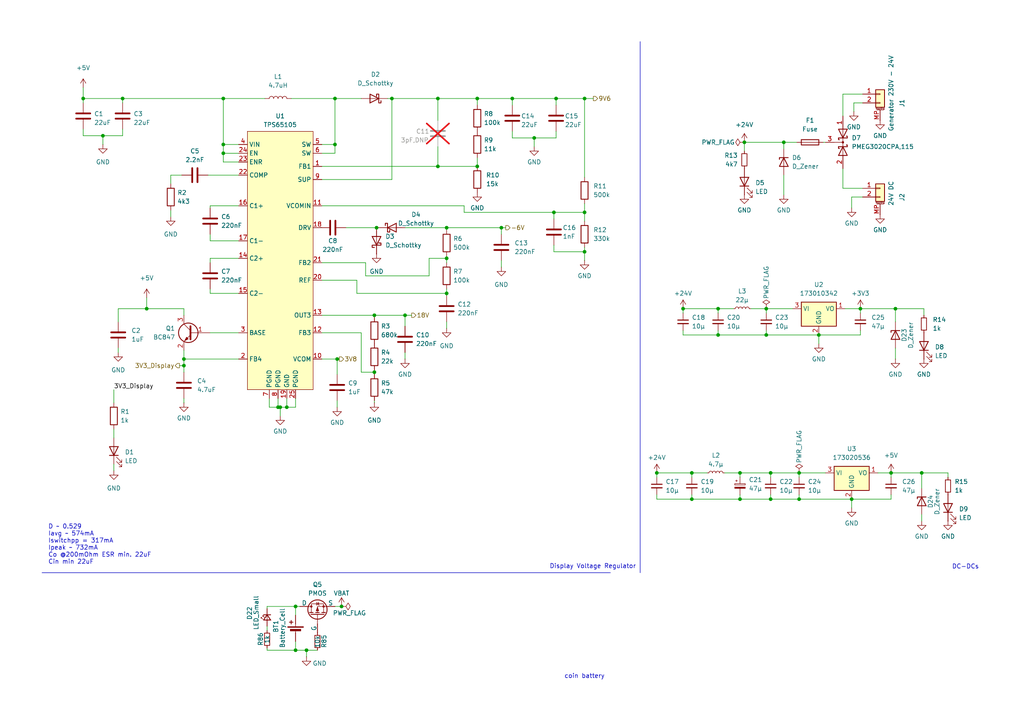
<source format=kicad_sch>
(kicad_sch
	(version 20250114)
	(generator "eeschema")
	(generator_version "9.0")
	(uuid "2e0788da-83c1-4cf9-982c-6e9feead5c48")
	(paper "A4")
	
	(text "Display Voltage Regulator"
		(exclude_from_sim no)
		(at 159.385 165.1 0)
		(effects
			(font
				(size 1.27 1.27)
			)
			(justify left bottom)
		)
		(uuid "1f474138-6b54-4b9f-883a-725cd7720b17")
	)
	(text "coin battery"
		(exclude_from_sim no)
		(at 169.545 196.215 0)
		(effects
			(font
				(size 1.27 1.27)
			)
		)
		(uuid "25ad2388-f90b-4078-a3ae-20a22f0d8887")
	)
	(text "D ~ 0.529\nIavg ~ 574mA\nIswitchpp = 317mA\nIpeak ~ 732mA\nCo @200mOhm ESR min. 22uF\nCin min 22uF"
		(exclude_from_sim no)
		(at 13.97 163.83 0)
		(effects
			(font
				(size 1.27 1.27)
			)
			(justify left bottom)
		)
		(uuid "33680474-88a3-4d9f-8dec-4a0171750541")
	)
	(text "DC-DCs"
		(exclude_from_sim no)
		(at 280.035 164.465 0)
		(effects
			(font
				(size 1.27 1.27)
			)
		)
		(uuid "7ad057ff-b9f7-4de2-9b33-2f1d30784b5b")
	)
	(junction
		(at 237.49 97.155)
		(diameter 0)
		(color 0 0 0 0)
		(uuid "04a24c58-7e9b-45c6-a81c-e6bd761e890c")
	)
	(junction
		(at 214.63 137.16)
		(diameter 0)
		(color 0 0 0 0)
		(uuid "06c0f182-3f01-4df1-8a91-76bc1a17447c")
	)
	(junction
		(at 223.52 144.78)
		(diameter 0)
		(color 0 0 0 0)
		(uuid "0e4f6690-f270-44bf-b823-20877548d9de")
	)
	(junction
		(at 169.545 73.025)
		(diameter 0)
		(color 0 0 0 0)
		(uuid "0eef11e6-76b0-4b3f-aa84-20f8c99ba4f2")
	)
	(junction
		(at 145.415 66.04)
		(diameter 0)
		(color 0 0 0 0)
		(uuid "111fa979-1c07-45e3-bde0-f5f2517309ef")
	)
	(junction
		(at 231.775 137.16)
		(diameter 0)
		(color 0 0 0 0)
		(uuid "1189832d-f541-4182-85cf-76441db3bde5")
	)
	(junction
		(at 127 28.575)
		(diameter 0)
		(color 0 0 0 0)
		(uuid "15fdf0a2-c1f2-4716-99a1-825076671288")
	)
	(junction
		(at 117.475 91.44)
		(diameter 0)
		(color 0 0 0 0)
		(uuid "1aff85bd-376b-4c3c-a19e-28410c588aa7")
	)
	(junction
		(at 108.585 107.95)
		(diameter 0)
		(color 0 0 0 0)
		(uuid "1b72607b-c177-45f5-ac9f-ed7fa7a64fb1")
	)
	(junction
		(at 85.725 188.595)
		(diameter 0)
		(color 0 0 0 0)
		(uuid "20c6504d-400e-4eff-a489-d6909af33f6c")
	)
	(junction
		(at 200.66 137.16)
		(diameter 0)
		(color 0 0 0 0)
		(uuid "2ab8ada9-cf74-4f1d-a11c-ea239d5d2220")
	)
	(junction
		(at 215.9 41.275)
		(diameter 0)
		(color 0 0 0 0)
		(uuid "2d680fee-d381-4b13-af58-d69b1bf4bdaf")
	)
	(junction
		(at 222.25 89.535)
		(diameter 0)
		(color 0 0 0 0)
		(uuid "328351f1-a0f5-490e-9fe1-872dcb80d8e1")
	)
	(junction
		(at 169.545 28.575)
		(diameter 0)
		(color 0 0 0 0)
		(uuid "344e26dd-0ad0-428f-9526-295351b37e18")
	)
	(junction
		(at 138.43 28.575)
		(diameter 0)
		(color 0 0 0 0)
		(uuid "38c66eb7-fe12-4132-87a9-9f307a3d4eb9")
	)
	(junction
		(at 81.28 118.11)
		(diameter 0)
		(color 0 0 0 0)
		(uuid "3ae57a23-66e5-4f6a-9822-261b4ca414ba")
	)
	(junction
		(at 267.335 137.16)
		(diameter 0)
		(color 0 0 0 0)
		(uuid "3c8264dc-f49f-42ef-be70-382f80210034")
	)
	(junction
		(at 85.725 175.895)
		(diameter 0)
		(color 0 0 0 0)
		(uuid "43936ff4-b96c-4a8d-b5ce-a1db0e878645")
	)
	(junction
		(at 249.555 89.535)
		(diameter 0)
		(color 0 0 0 0)
		(uuid "4511e233-f111-4b3a-b25b-163e7713798c")
	)
	(junction
		(at 190.5 137.16)
		(diameter 0)
		(color 0 0 0 0)
		(uuid "4bc96748-d6a3-4db2-a6e8-1cc644e5753e")
	)
	(junction
		(at 53.34 104.14)
		(diameter 0)
		(color 0 0 0 0)
		(uuid "4c879827-91e5-4a71-a78c-ba2af39ff8cc")
	)
	(junction
		(at 169.545 61.595)
		(diameter 0)
		(color 0 0 0 0)
		(uuid "54c3dcc4-cce7-4bb6-a629-c4ac709b2919")
	)
	(junction
		(at 231.775 144.78)
		(diameter 0)
		(color 0 0 0 0)
		(uuid "5503c86b-1be4-41d6-9f38-9ec79f8809d0")
	)
	(junction
		(at 113.665 28.575)
		(diameter 0)
		(color 0 0 0 0)
		(uuid "55237c9f-e430-4b71-8e84-61e5fd99e243")
	)
	(junction
		(at 148.59 28.575)
		(diameter 0)
		(color 0 0 0 0)
		(uuid "59a705da-471f-4f1e-bffe-9c85045b320e")
	)
	(junction
		(at 223.52 137.16)
		(diameter 0)
		(color 0 0 0 0)
		(uuid "5a4015f9-032d-4d3d-913c-ef451306a780")
	)
	(junction
		(at 129.54 66.04)
		(diameter 0)
		(color 0 0 0 0)
		(uuid "5a704d20-2eda-4d66-87a0-8bb00c328bcf")
	)
	(junction
		(at 97.155 28.575)
		(diameter 0)
		(color 0 0 0 0)
		(uuid "5b385b3a-0445-40da-869e-baa34c1ab9d3")
	)
	(junction
		(at 127 48.26)
		(diameter 0)
		(color 0 0 0 0)
		(uuid "5e3c3066-33ae-44aa-90ca-be14e326d06b")
	)
	(junction
		(at 208.28 89.535)
		(diameter 0)
		(color 0 0 0 0)
		(uuid "5fa5e9ea-85ff-4890-b60a-2622461a3342")
	)
	(junction
		(at 222.25 97.155)
		(diameter 0)
		(color 0 0 0 0)
		(uuid "5fa7211d-a933-4aea-bde3-164e64fe3f63")
	)
	(junction
		(at 88.9 188.595)
		(diameter 0)
		(color 0 0 0 0)
		(uuid "617de996-ff36-45ac-8fdb-8c86628df6d3")
	)
	(junction
		(at 208.28 97.155)
		(diameter 0)
		(color 0 0 0 0)
		(uuid "6a04c048-f0f1-48b0-bc1c-71429688fed0")
	)
	(junction
		(at 129.54 85.09)
		(diameter 0)
		(color 0 0 0 0)
		(uuid "7211e033-306c-4f5c-8969-3e6e32dd97c7")
	)
	(junction
		(at 154.94 40.005)
		(diameter 0)
		(color 0 0 0 0)
		(uuid "73010a7a-7a9a-46d9-83be-b5b73168b613")
	)
	(junction
		(at 97.155 41.91)
		(diameter 0)
		(color 0 0 0 0)
		(uuid "7402a9dc-42d2-48a3-b1d2-a3f8321a5335")
	)
	(junction
		(at 259.715 89.535)
		(diameter 0)
		(color 0 0 0 0)
		(uuid "776ec65d-f2e0-4d5f-9af0-f3e9e61482f2")
	)
	(junction
		(at 99.06 175.895)
		(diameter 0)
		(color 0 0 0 0)
		(uuid "7ca129e8-eb3d-4075-88d0-c7d563c0e619")
	)
	(junction
		(at 258.445 137.16)
		(diameter 0)
		(color 0 0 0 0)
		(uuid "852155d9-75fa-4971-882f-601461e6471e")
	)
	(junction
		(at 53.34 106.045)
		(diameter 0)
		(color 0 0 0 0)
		(uuid "880cbe12-459f-4608-8eb4-4562e51e675d")
	)
	(junction
		(at 109.22 66.04)
		(diameter 0)
		(color 0 0 0 0)
		(uuid "8a4a63e0-e849-40f9-91ee-96af092e47fd")
	)
	(junction
		(at 214.63 144.78)
		(diameter 0)
		(color 0 0 0 0)
		(uuid "8b98e2fb-4d6d-4946-a73a-5b44141d0f81")
	)
	(junction
		(at 64.77 41.91)
		(diameter 0)
		(color 0 0 0 0)
		(uuid "8bd06123-3b1f-4075-822e-b7d3ffc7ad6e")
	)
	(junction
		(at 108.585 91.44)
		(diameter 0)
		(color 0 0 0 0)
		(uuid "98259442-0017-4839-bdf1-ccc12bd3d4f7")
	)
	(junction
		(at 24.13 28.575)
		(diameter 0)
		(color 0 0 0 0)
		(uuid "9f6413a3-f858-4400-99b1-ddc817355d01")
	)
	(junction
		(at 227.33 41.275)
		(diameter 0)
		(color 0 0 0 0)
		(uuid "a8f9191a-be3c-46ee-88e1-87ee98882e18")
	)
	(junction
		(at 129.54 74.93)
		(diameter 0)
		(color 0 0 0 0)
		(uuid "ac6cee30-b003-4257-a4d2-6306d34acee1")
	)
	(junction
		(at 35.56 28.575)
		(diameter 0)
		(color 0 0 0 0)
		(uuid "acd4fa46-8ba8-4b24-9066-b22d8cf3695d")
	)
	(junction
		(at 29.845 39.37)
		(diameter 0)
		(color 0 0 0 0)
		(uuid "ad197f75-bdb0-4b36-aa2e-000b73036df8")
	)
	(junction
		(at 200.66 144.78)
		(diameter 0)
		(color 0 0 0 0)
		(uuid "bb8147b5-df2f-4f1f-b47e-d53b75aaa380")
	)
	(junction
		(at 247.015 144.78)
		(diameter 0)
		(color 0 0 0 0)
		(uuid "bde9bff5-32a4-42ae-899d-568ddf240b6b")
	)
	(junction
		(at 64.77 44.45)
		(diameter 0)
		(color 0 0 0 0)
		(uuid "c1c24b44-9fed-402f-8691-27fc96c5a404")
	)
	(junction
		(at 97.79 104.14)
		(diameter 0)
		(color 0 0 0 0)
		(uuid "d3af76d2-6f6b-4958-8007-465843bcff28")
	)
	(junction
		(at 42.545 89.535)
		(diameter 0)
		(color 0 0 0 0)
		(uuid "e12a7a30-2a13-4e59-a86b-14e9581d754f")
	)
	(junction
		(at 138.43 48.26)
		(diameter 0)
		(color 0 0 0 0)
		(uuid "e164d6d7-daed-4ba2-a4fa-8829f5fa4bf1")
	)
	(junction
		(at 64.77 28.575)
		(diameter 0)
		(color 0 0 0 0)
		(uuid "e2e0303f-2626-44a8-827b-a48f153b57b1")
	)
	(junction
		(at 198.12 89.535)
		(diameter 0)
		(color 0 0 0 0)
		(uuid "ea330dce-f339-4a47-abfa-3285e15e9c53")
	)
	(junction
		(at 83.185 118.11)
		(diameter 0)
		(color 0 0 0 0)
		(uuid "eabb1f12-056b-4086-8108-3847910fb0d1")
	)
	(junction
		(at 160.655 61.595)
		(diameter 0)
		(color 0 0 0 0)
		(uuid "eb201b61-3b4a-4eed-b18a-c997c19d7db8")
	)
	(junction
		(at 80.645 118.11)
		(diameter 0)
		(color 0 0 0 0)
		(uuid "eb96f160-0639-40eb-a4cf-f184fd8acebd")
	)
	(junction
		(at 161.29 28.575)
		(diameter 0)
		(color 0 0 0 0)
		(uuid "eecf3a55-a51b-4037-bc03-6c24e0b5c442")
	)
	(wire
		(pts
			(xy 108.585 116.84) (xy 108.585 116.205)
		)
		(stroke
			(width 0)
			(type default)
		)
		(uuid "00823f29-0ed6-4b92-afdd-b2458f8bb606")
	)
	(wire
		(pts
			(xy 244.475 54.61) (xy 244.475 48.895)
		)
		(stroke
			(width 0)
			(type default)
		)
		(uuid "01d5c222-f50c-448c-ab1c-ce44f0e6fca5")
	)
	(wire
		(pts
			(xy 267.335 137.16) (xy 258.445 137.16)
		)
		(stroke
			(width 0)
			(type default)
		)
		(uuid "0784bf0b-86f7-4ff9-ac50-b3ba095a2955")
	)
	(wire
		(pts
			(xy 53.34 106.045) (xy 53.34 107.95)
		)
		(stroke
			(width 0)
			(type default)
		)
		(uuid "0799669d-565f-4907-8ed6-4e84a36a826f")
	)
	(wire
		(pts
			(xy 129.54 85.09) (xy 129.54 85.725)
		)
		(stroke
			(width 0)
			(type default)
		)
		(uuid "07ec2872-4565-4fd8-959e-8f2af70ca30b")
	)
	(wire
		(pts
			(xy 49.53 60.96) (xy 49.53 62.865)
		)
		(stroke
			(width 0)
			(type default)
		)
		(uuid "080956e7-576e-44ee-9c9c-360358df7091")
	)
	(wire
		(pts
			(xy 117.475 66.04) (xy 129.54 66.04)
		)
		(stroke
			(width 0)
			(type default)
		)
		(uuid "0a825527-7b27-4b9a-a7f6-00a4872c8489")
	)
	(wire
		(pts
			(xy 103.505 81.28) (xy 103.505 85.09)
		)
		(stroke
			(width 0)
			(type default)
		)
		(uuid "0a831453-75b6-47ab-904c-b600c87ef6b9")
	)
	(wire
		(pts
			(xy 64.77 46.99) (xy 64.77 44.45)
		)
		(stroke
			(width 0)
			(type default)
		)
		(uuid "0ac840e0-b447-402f-b2e4-f37f6065362a")
	)
	(wire
		(pts
			(xy 108.585 91.44) (xy 108.585 92.075)
		)
		(stroke
			(width 0)
			(type default)
		)
		(uuid "0b2e23e4-beac-4bd1-be47-6b52b832fb7c")
	)
	(wire
		(pts
			(xy 145.415 66.04) (xy 146.685 66.04)
		)
		(stroke
			(width 0)
			(type default)
		)
		(uuid "0e047021-d1ef-4727-9754-e9dc1692b3ca")
	)
	(wire
		(pts
			(xy 244.475 27.305) (xy 250.19 27.305)
		)
		(stroke
			(width 0)
			(type default)
		)
		(uuid "0f6fedef-d831-419e-8095-bd13e46f06de")
	)
	(wire
		(pts
			(xy 198.12 89.535) (xy 198.12 90.805)
		)
		(stroke
			(width 0)
			(type default)
		)
		(uuid "0fc213a9-8817-48cf-8836-66336aa93cfa")
	)
	(wire
		(pts
			(xy 93.345 91.44) (xy 108.585 91.44)
		)
		(stroke
			(width 0)
			(type default)
		)
		(uuid "163b8def-cacd-4a76-822e-3fb9e29d98bf")
	)
	(wire
		(pts
			(xy 76.835 28.575) (xy 64.77 28.575)
		)
		(stroke
			(width 0)
			(type default)
		)
		(uuid "17ac2bd9-85ec-48d8-b4ea-5c8f921070e6")
	)
	(wire
		(pts
			(xy 33.02 134.62) (xy 33.02 136.525)
		)
		(stroke
			(width 0)
			(type default)
		)
		(uuid "1964f7d3-f983-4af4-9501-c4191a058a6e")
	)
	(wire
		(pts
			(xy 258.445 143.51) (xy 258.445 144.78)
		)
		(stroke
			(width 0)
			(type default)
		)
		(uuid "1b51f0eb-7bb4-40fd-8a18-b2b7c8dece5a")
	)
	(wire
		(pts
			(xy 129.54 66.04) (xy 145.415 66.04)
		)
		(stroke
			(width 0)
			(type default)
		)
		(uuid "1c0e80f2-a924-48f1-b1a4-5e4b60c86556")
	)
	(wire
		(pts
			(xy 198.12 89.535) (xy 208.28 89.535)
		)
		(stroke
			(width 0)
			(type default)
		)
		(uuid "1d87bcf4-7b10-4fa6-b5d8-4a243a3dec00")
	)
	(wire
		(pts
			(xy 258.445 144.78) (xy 247.015 144.78)
		)
		(stroke
			(width 0)
			(type default)
		)
		(uuid "1eae38f9-6fb6-4b12-919c-8df80453afaa")
	)
	(wire
		(pts
			(xy 97.155 44.45) (xy 97.155 41.91)
		)
		(stroke
			(width 0)
			(type default)
		)
		(uuid "1f385b83-cc47-4a50-b4f9-6e8bb1cc4ede")
	)
	(wire
		(pts
			(xy 80.645 115.57) (xy 80.645 118.11)
		)
		(stroke
			(width 0)
			(type default)
		)
		(uuid "221dba15-c87b-4d35-8df1-58681aea5818")
	)
	(wire
		(pts
			(xy 53.34 101.6) (xy 53.34 104.14)
		)
		(stroke
			(width 0)
			(type default)
		)
		(uuid "22da2ddb-ad12-4205-b387-df7f05c0291f")
	)
	(wire
		(pts
			(xy 83.185 118.11) (xy 85.725 118.11)
		)
		(stroke
			(width 0)
			(type default)
		)
		(uuid "23471649-e877-40d3-94d4-eef45059f441")
	)
	(wire
		(pts
			(xy 127 48.26) (xy 138.43 48.26)
		)
		(stroke
			(width 0)
			(type default)
		)
		(uuid "23aaa91e-ce39-4097-bb81-338f8cae24de")
	)
	(wire
		(pts
			(xy 60.96 59.69) (xy 69.215 59.69)
		)
		(stroke
			(width 0)
			(type default)
		)
		(uuid "24c96bfc-e05f-4742-ab89-580e45bdb5bc")
	)
	(wire
		(pts
			(xy 127 42.545) (xy 127 48.26)
		)
		(stroke
			(width 0)
			(type default)
		)
		(uuid "25928ed3-3d8c-4e5f-aa6c-ff9793b22490")
	)
	(wire
		(pts
			(xy 160.655 63.5) (xy 160.655 61.595)
		)
		(stroke
			(width 0)
			(type default)
		)
		(uuid "27933751-b7f1-48c0-9df9-818b6dfc358c")
	)
	(wire
		(pts
			(xy 77.47 182.88) (xy 77.47 181.61)
		)
		(stroke
			(width 0)
			(type default)
		)
		(uuid "27d56523-9cc2-4fdf-8ba4-4ccc85f8ac25")
	)
	(wire
		(pts
			(xy 222.25 97.155) (xy 237.49 97.155)
		)
		(stroke
			(width 0)
			(type default)
		)
		(uuid "27fdb692-1032-457e-a1eb-5217ad52ed2d")
	)
	(wire
		(pts
			(xy 259.715 93.345) (xy 259.715 89.535)
		)
		(stroke
			(width 0)
			(type default)
		)
		(uuid "2a6da690-b28e-47b3-b9d7-4bdb0d713c0c")
	)
	(wire
		(pts
			(xy 93.345 66.04) (xy 92.71 66.04)
		)
		(stroke
			(width 0)
			(type default)
		)
		(uuid "2aee96eb-356d-44d9-bb29-b019a73320a5")
	)
	(wire
		(pts
			(xy 215.9 41.275) (xy 227.33 41.275)
		)
		(stroke
			(width 0)
			(type default)
		)
		(uuid "2b7b12dd-87cc-4177-b7c0-9d9cf43eb25a")
	)
	(wire
		(pts
			(xy 238.76 41.275) (xy 239.395 41.275)
		)
		(stroke
			(width 0)
			(type default)
		)
		(uuid "2b7b1b16-893c-42b7-9194-df9878f072fc")
	)
	(wire
		(pts
			(xy 245.11 89.535) (xy 249.555 89.535)
		)
		(stroke
			(width 0)
			(type default)
		)
		(uuid "2c5e1399-a2da-45ff-9723-90f773008009")
	)
	(wire
		(pts
			(xy 134.62 59.69) (xy 134.62 61.595)
		)
		(stroke
			(width 0)
			(type default)
		)
		(uuid "300ab485-da27-45a6-a497-e273fd765e8c")
	)
	(wire
		(pts
			(xy 249.555 89.535) (xy 249.555 90.805)
		)
		(stroke
			(width 0)
			(type default)
		)
		(uuid "302dd4f2-4a33-462d-8779-06c1161c641e")
	)
	(wire
		(pts
			(xy 198.12 97.155) (xy 208.28 97.155)
		)
		(stroke
			(width 0)
			(type default)
		)
		(uuid "332369f9-b2c1-4afc-8575-ba8f738f7f55")
	)
	(wire
		(pts
			(xy 190.5 137.16) (xy 190.5 138.43)
		)
		(stroke
			(width 0)
			(type default)
		)
		(uuid "3356ecf4-e784-4cfb-92ad-862b46ff013b")
	)
	(wire
		(pts
			(xy 208.28 89.535) (xy 212.725 89.535)
		)
		(stroke
			(width 0)
			(type default)
		)
		(uuid "3614b7ff-5afc-4028-9773-3f0c7087bc24")
	)
	(wire
		(pts
			(xy 169.545 59.055) (xy 169.545 61.595)
		)
		(stroke
			(width 0)
			(type default)
		)
		(uuid "37617cd5-34d5-4cb1-bc81-6451281932c5")
	)
	(wire
		(pts
			(xy 160.655 73.025) (xy 160.655 71.12)
		)
		(stroke
			(width 0)
			(type default)
		)
		(uuid "38d260f8-76f5-44dd-9720-2a213e915413")
	)
	(wire
		(pts
			(xy 88.9 188.595) (xy 92.075 188.595)
		)
		(stroke
			(width 0)
			(type default)
		)
		(uuid "39b8ac3e-6124-4f47-ba62-890e20a27dde")
	)
	(wire
		(pts
			(xy 169.545 73.025) (xy 169.545 75.565)
		)
		(stroke
			(width 0)
			(type default)
		)
		(uuid "3c5f13ae-ad87-44f8-b10b-2a06880895da")
	)
	(wire
		(pts
			(xy 85.725 188.595) (xy 88.9 188.595)
		)
		(stroke
			(width 0)
			(type default)
		)
		(uuid "3cf211f2-f4d5-47f7-9bb3-78777d351606")
	)
	(wire
		(pts
			(xy 53.34 115.57) (xy 53.34 116.84)
		)
		(stroke
			(width 0)
			(type default)
		)
		(uuid "3e5771b7-425e-4cea-8f07-1611dbbbc8c1")
	)
	(wire
		(pts
			(xy 124.46 74.93) (xy 129.54 74.93)
		)
		(stroke
			(width 0)
			(type default)
		)
		(uuid "3ed12c7c-34f2-4e62-a8b5-51abf30d6efa")
	)
	(wire
		(pts
			(xy 81.28 118.11) (xy 83.185 118.11)
		)
		(stroke
			(width 0)
			(type default)
		)
		(uuid "3fa49fd2-5e38-4518-bcaf-7808cb6d4aed")
	)
	(wire
		(pts
			(xy 93.345 81.28) (xy 103.505 81.28)
		)
		(stroke
			(width 0)
			(type default)
		)
		(uuid "3ffad75b-d711-4886-b77c-cec67b83eda9")
	)
	(wire
		(pts
			(xy 145.415 66.04) (xy 145.415 67.945)
		)
		(stroke
			(width 0)
			(type default)
		)
		(uuid "428491b2-7a74-46cd-bdd8-2c392c94f34c")
	)
	(wire
		(pts
			(xy 227.33 41.275) (xy 231.14 41.275)
		)
		(stroke
			(width 0)
			(type default)
		)
		(uuid "430961fa-1aac-430d-a834-ca67c6fab174")
	)
	(wire
		(pts
			(xy 231.775 144.78) (xy 247.015 144.78)
		)
		(stroke
			(width 0)
			(type default)
		)
		(uuid "44ac89d5-fab8-4881-932b-38f36f429c6a")
	)
	(wire
		(pts
			(xy 24.13 37.465) (xy 24.13 39.37)
		)
		(stroke
			(width 0)
			(type default)
		)
		(uuid "4503344e-d636-487f-aa1d-09061e794e89")
	)
	(wire
		(pts
			(xy 35.56 29.845) (xy 35.56 28.575)
		)
		(stroke
			(width 0)
			(type default)
		)
		(uuid "45f9194a-fefb-4742-9660-7fe8e4d30a8d")
	)
	(wire
		(pts
			(xy 217.805 89.535) (xy 222.25 89.535)
		)
		(stroke
			(width 0)
			(type default)
		)
		(uuid "480bee3c-39e6-407a-89ac-1313197ace6a")
	)
	(wire
		(pts
			(xy 227.33 50.8) (xy 227.33 56.515)
		)
		(stroke
			(width 0)
			(type default)
		)
		(uuid "4a7cbbdd-5cf8-47cb-b2f7-c1bae73c379c")
	)
	(wire
		(pts
			(xy 53.34 104.14) (xy 53.34 106.045)
		)
		(stroke
			(width 0)
			(type default)
		)
		(uuid "4a9bf28b-3854-4f5d-86aa-f17baa6a09f9")
	)
	(wire
		(pts
			(xy 160.655 61.595) (xy 169.545 61.595)
		)
		(stroke
			(width 0)
			(type default)
		)
		(uuid "4adf77c0-8891-473c-b37b-e31840999359")
	)
	(wire
		(pts
			(xy 93.345 52.07) (xy 113.665 52.07)
		)
		(stroke
			(width 0)
			(type default)
		)
		(uuid "4c41f729-a7aa-477e-a842-37838a2b18f0")
	)
	(wire
		(pts
			(xy 97.79 116.205) (xy 97.79 118.11)
		)
		(stroke
			(width 0)
			(type default)
		)
		(uuid "4d35691e-4f3d-41e8-9a99-c92c22cf42d0")
	)
	(wire
		(pts
			(xy 129.54 74.93) (xy 129.54 76.2)
		)
		(stroke
			(width 0)
			(type default)
		)
		(uuid "4e1213c0-0844-4472-8738-ede19ad5a24e")
	)
	(wire
		(pts
			(xy 24.13 29.845) (xy 24.13 28.575)
		)
		(stroke
			(width 0)
			(type default)
		)
		(uuid "4e66fede-4bd0-4b9c-aa91-1d39619d61f3")
	)
	(wire
		(pts
			(xy 138.43 28.575) (xy 138.43 30.48)
		)
		(stroke
			(width 0)
			(type default)
		)
		(uuid "4e9a23db-c1ec-4e36-98bc-5688e1210cd2")
	)
	(wire
		(pts
			(xy 97.79 104.14) (xy 98.425 104.14)
		)
		(stroke
			(width 0)
			(type default)
		)
		(uuid "5042ffc9-f488-4bd7-bd38-fe064d044d8e")
	)
	(wire
		(pts
			(xy 42.545 86.36) (xy 42.545 89.535)
		)
		(stroke
			(width 0)
			(type default)
		)
		(uuid "51649ea1-af40-4422-810d-cdd7e45b347c")
	)
	(wire
		(pts
			(xy 97.155 175.895) (xy 99.06 175.895)
		)
		(stroke
			(width 0)
			(type default)
		)
		(uuid "53698d79-18f6-479d-8a5a-164d3c4c084d")
	)
	(wire
		(pts
			(xy 60.96 96.52) (xy 69.215 96.52)
		)
		(stroke
			(width 0)
			(type default)
		)
		(uuid "54264b9f-8dba-4eb3-9bf5-e99612feb0a4")
	)
	(wire
		(pts
			(xy 83.185 115.57) (xy 83.185 118.11)
		)
		(stroke
			(width 0)
			(type default)
		)
		(uuid "55e01c7c-916c-475f-be83-ee46860b0f12")
	)
	(wire
		(pts
			(xy 85.725 175.895) (xy 86.995 175.895)
		)
		(stroke
			(width 0)
			(type default)
		)
		(uuid "589ef9bb-044d-4921-b68f-8976557c9f44")
	)
	(wire
		(pts
			(xy 247.015 144.78) (xy 247.015 147.32)
		)
		(stroke
			(width 0)
			(type default)
		)
		(uuid "59e0d06b-cd48-45c4-a673-afeae9475e71")
	)
	(wire
		(pts
			(xy 222.25 89.535) (xy 229.87 89.535)
		)
		(stroke
			(width 0)
			(type default)
		)
		(uuid "5a092afa-26ce-4acf-9da0-d2d8700de100")
	)
	(wire
		(pts
			(xy 210.185 137.16) (xy 214.63 137.16)
		)
		(stroke
			(width 0)
			(type default)
		)
		(uuid "5ac9dccd-b877-4c45-9b87-2745bb154a56")
	)
	(wire
		(pts
			(xy 77.47 187.96) (xy 77.47 188.595)
		)
		(stroke
			(width 0)
			(type default)
		)
		(uuid "5b63b692-fa0f-4806-8867-ac320db62bc8")
	)
	(wire
		(pts
			(xy 231.775 137.16) (xy 231.775 138.43)
		)
		(stroke
			(width 0)
			(type default)
		)
		(uuid "5ea3e315-df2f-48a8-96ed-2eaa15b323b6")
	)
	(wire
		(pts
			(xy 60.325 50.8) (xy 69.215 50.8)
		)
		(stroke
			(width 0)
			(type default)
		)
		(uuid "617ebabc-9728-49d9-9e00-efeb649c11f6")
	)
	(wire
		(pts
			(xy 77.47 175.895) (xy 85.725 175.895)
		)
		(stroke
			(width 0)
			(type default)
		)
		(uuid "64e33007-1f91-4727-b2da-f7f185fcf927")
	)
	(wire
		(pts
			(xy 77.47 176.53) (xy 77.47 175.895)
		)
		(stroke
			(width 0)
			(type default)
		)
		(uuid "66623c41-9249-4d0f-a773-aef151785949")
	)
	(wire
		(pts
			(xy 231.775 143.51) (xy 231.775 144.78)
		)
		(stroke
			(width 0)
			(type default)
		)
		(uuid "667d36d3-48b8-4b44-b1fa-ee04e1f5c87d")
	)
	(wire
		(pts
			(xy 60.96 74.93) (xy 69.215 74.93)
		)
		(stroke
			(width 0)
			(type default)
		)
		(uuid "66b80e20-c5b1-452c-9103-9af133e4d706")
	)
	(wire
		(pts
			(xy 108.585 107.95) (xy 104.775 107.95)
		)
		(stroke
			(width 0)
			(type default)
		)
		(uuid "67b76565-5e98-4729-99f3-4273774598b5")
	)
	(wire
		(pts
			(xy 49.53 50.8) (xy 49.53 53.34)
		)
		(stroke
			(width 0)
			(type default)
		)
		(uuid "68479ddf-a13d-466d-a3dd-c310eda8a653")
	)
	(wire
		(pts
			(xy 148.59 38.1) (xy 148.59 40.005)
		)
		(stroke
			(width 0)
			(type default)
		)
		(uuid "6c2b85b8-c251-4011-a20c-e9d26d6c48a3")
	)
	(wire
		(pts
			(xy 60.96 60.325) (xy 60.96 59.69)
		)
		(stroke
			(width 0)
			(type default)
		)
		(uuid "6dbbb99c-db6b-4ccc-b564-a41e646c330c")
	)
	(wire
		(pts
			(xy 69.215 41.91) (xy 64.77 41.91)
		)
		(stroke
			(width 0)
			(type default)
		)
		(uuid "6e623211-e1cd-4bb0-8c65-12b92a48f710")
	)
	(wire
		(pts
			(xy 93.345 44.45) (xy 97.155 44.45)
		)
		(stroke
			(width 0)
			(type default)
		)
		(uuid "701e3aab-ec5b-4755-bb01-b828558ba117")
	)
	(wire
		(pts
			(xy 208.28 95.885) (xy 208.28 97.155)
		)
		(stroke
			(width 0)
			(type default)
		)
		(uuid "70876b54-5088-4016-b2c6-b9cdcb757352")
	)
	(wire
		(pts
			(xy 222.25 89.535) (xy 222.25 90.805)
		)
		(stroke
			(width 0)
			(type default)
		)
		(uuid "712cf10d-3255-4a39-896b-4c3e9382c6bb")
	)
	(wire
		(pts
			(xy 64.77 41.91) (xy 64.77 44.45)
		)
		(stroke
			(width 0)
			(type default)
		)
		(uuid "73f9ed79-636c-4d16-b0ba-9b534cedcbd4")
	)
	(wire
		(pts
			(xy 113.665 52.07) (xy 113.665 28.575)
		)
		(stroke
			(width 0)
			(type default)
		)
		(uuid "75501156-2b60-4ebc-abfc-4b7c0bc99d2c")
	)
	(wire
		(pts
			(xy 97.79 104.14) (xy 93.345 104.14)
		)
		(stroke
			(width 0)
			(type default)
		)
		(uuid "773e3727-396a-430f-829a-1968126d4e63")
	)
	(wire
		(pts
			(xy 161.29 28.575) (xy 161.29 30.48)
		)
		(stroke
			(width 0)
			(type default)
		)
		(uuid "77434a9a-e97c-4f9b-8efa-a7dc56aa4462")
	)
	(wire
		(pts
			(xy 223.52 137.16) (xy 231.775 137.16)
		)
		(stroke
			(width 0)
			(type default)
		)
		(uuid "77962264-d713-4ddf-a55d-58dc53a2553c")
	)
	(wire
		(pts
			(xy 237.49 97.155) (xy 237.49 99.695)
		)
		(stroke
			(width 0)
			(type default)
		)
		(uuid "79e771bd-867c-48d0-9c84-c44a0cc2997a")
	)
	(wire
		(pts
			(xy 60.96 85.09) (xy 60.96 83.82)
		)
		(stroke
			(width 0)
			(type default)
		)
		(uuid "7a908a54-37ff-4256-af3c-d37a3211a15b")
	)
	(wire
		(pts
			(xy 148.59 28.575) (xy 148.59 30.48)
		)
		(stroke
			(width 0)
			(type default)
		)
		(uuid "7cbe0ff7-148d-4655-918d-3fd6cb63e2aa")
	)
	(wire
		(pts
			(xy 223.52 144.78) (xy 231.775 144.78)
		)
		(stroke
			(width 0)
			(type default)
		)
		(uuid "7cd4b97d-4582-43af-aca8-950338b402d8")
	)
	(wire
		(pts
			(xy 258.445 137.16) (xy 258.445 138.43)
		)
		(stroke
			(width 0)
			(type default)
		)
		(uuid "7d05d595-c664-446c-899f-b00e20cb5d7c")
	)
	(wire
		(pts
			(xy 24.13 28.575) (xy 35.56 28.575)
		)
		(stroke
			(width 0)
			(type default)
		)
		(uuid "822293f7-6596-4b27-8151-6d886cf56857")
	)
	(wire
		(pts
			(xy 69.215 85.09) (xy 60.96 85.09)
		)
		(stroke
			(width 0)
			(type default)
		)
		(uuid "86f78524-9a71-4576-a34f-c214cf02f681")
	)
	(wire
		(pts
			(xy 250.19 54.61) (xy 244.475 54.61)
		)
		(stroke
			(width 0)
			(type default)
		)
		(uuid "87012fd7-8a04-4de3-b126-2893f3235d87")
	)
	(wire
		(pts
			(xy 161.29 40.005) (xy 161.29 38.1)
		)
		(stroke
			(width 0)
			(type default)
		)
		(uuid "873732d0-bc89-4cd2-80b5-b67e8ac37788")
	)
	(wire
		(pts
			(xy 97.79 108.585) (xy 97.79 104.14)
		)
		(stroke
			(width 0)
			(type default)
		)
		(uuid "8798140f-a61d-4399-a02f-340a61efc57d")
	)
	(wire
		(pts
			(xy 129.54 74.295) (xy 129.54 74.93)
		)
		(stroke
			(width 0)
			(type default)
		)
		(uuid "88f13fe5-ddc3-4a21-b5bb-3f329bf29ec0")
	)
	(wire
		(pts
			(xy 169.545 61.595) (xy 169.545 64.135)
		)
		(stroke
			(width 0)
			(type default)
		)
		(uuid "897704ad-d967-4d2d-8238-9398ddfd04e8")
	)
	(wire
		(pts
			(xy 129.54 93.345) (xy 129.54 95.25)
		)
		(stroke
			(width 0)
			(type default)
		)
		(uuid "89de10db-0bda-4bc4-9a11-7f45b3fef9be")
	)
	(wire
		(pts
			(xy 214.63 144.78) (xy 223.52 144.78)
		)
		(stroke
			(width 0)
			(type default)
		)
		(uuid "8a27771f-2b91-4f3b-9898-b82752fb21fc")
	)
	(wire
		(pts
			(xy 69.215 69.85) (xy 60.96 69.85)
		)
		(stroke
			(width 0)
			(type default)
		)
		(uuid "8a8dc90e-ea11-473f-9e5a-ccd56726e7dd")
	)
	(wire
		(pts
			(xy 69.215 46.99) (xy 64.77 46.99)
		)
		(stroke
			(width 0)
			(type default)
		)
		(uuid "8acd4fdb-7a63-49b9-921f-6a3c041e95ba")
	)
	(wire
		(pts
			(xy 274.955 138.43) (xy 274.955 137.16)
		)
		(stroke
			(width 0)
			(type default)
		)
		(uuid "8cc7a730-cb1f-4afb-b5f0-1c9155a349c3")
	)
	(wire
		(pts
			(xy 78.105 118.11) (xy 78.105 115.57)
		)
		(stroke
			(width 0)
			(type default)
		)
		(uuid "8d1114c9-b33d-4f1b-8db3-570129fb19cf")
	)
	(wire
		(pts
			(xy 34.29 100.965) (xy 34.29 102.235)
		)
		(stroke
			(width 0)
			(type default)
		)
		(uuid "8d604371-f602-4f10-8f7d-d7976b912214")
	)
	(wire
		(pts
			(xy 169.545 28.575) (xy 172.085 28.575)
		)
		(stroke
			(width 0)
			(type default)
		)
		(uuid "8df34f58-b9bf-4d62-a0cb-39cfca58113f")
	)
	(wire
		(pts
			(xy 85.725 118.11) (xy 85.725 115.57)
		)
		(stroke
			(width 0)
			(type default)
		)
		(uuid "8e4e0ab3-c78b-4d6b-83be-d326c20004d9")
	)
	(wire
		(pts
			(xy 84.455 28.575) (xy 97.155 28.575)
		)
		(stroke
			(width 0)
			(type default)
		)
		(uuid "8f7a9dab-1d18-4219-bf90-07989e70b3dd")
	)
	(wire
		(pts
			(xy 29.845 41.91) (xy 29.845 39.37)
		)
		(stroke
			(width 0)
			(type default)
		)
		(uuid "8f94857f-a4c9-4bf8-9272-ba853141078a")
	)
	(wire
		(pts
			(xy 52.07 106.045) (xy 53.34 106.045)
		)
		(stroke
			(width 0)
			(type default)
		)
		(uuid "94aa258d-f4ad-427f-ba76-7fd9489e4b20")
	)
	(wire
		(pts
			(xy 200.66 137.16) (xy 205.105 137.16)
		)
		(stroke
			(width 0)
			(type default)
		)
		(uuid "94d921d1-88bd-4867-aa9a-cdede2375614")
	)
	(wire
		(pts
			(xy 267.97 89.535) (xy 267.97 91.44)
		)
		(stroke
			(width 0)
			(type default)
		)
		(uuid "95893931-4d8b-48f4-8eaf-9bb7542167a4")
	)
	(wire
		(pts
			(xy 190.5 143.51) (xy 190.5 144.78)
		)
		(stroke
			(width 0)
			(type default)
		)
		(uuid "95e44266-98b9-465d-997c-8e65b0c3d557")
	)
	(wire
		(pts
			(xy 190.5 144.78) (xy 200.66 144.78)
		)
		(stroke
			(width 0)
			(type default)
		)
		(uuid "95ef0836-fe34-4f04-a9c1-a920779ba8c0")
	)
	(wire
		(pts
			(xy 108.585 108.585) (xy 108.585 107.95)
		)
		(stroke
			(width 0)
			(type default)
		)
		(uuid "970a99e0-31e3-4de1-81ad-1ede59357925")
	)
	(wire
		(pts
			(xy 100.33 66.04) (xy 109.22 66.04)
		)
		(stroke
			(width 0)
			(type default)
		)
		(uuid "97431ce8-64bf-4192-aad3-405003b70cfe")
	)
	(wire
		(pts
			(xy 93.345 96.52) (xy 104.775 96.52)
		)
		(stroke
			(width 0)
			(type default)
		)
		(uuid "9a9225e3-868c-4477-b879-f49bba58cc6e")
	)
	(wire
		(pts
			(xy 200.66 137.16) (xy 200.66 138.43)
		)
		(stroke
			(width 0)
			(type default)
		)
		(uuid "9bc2d68c-2a43-4c1e-b669-9820a12d7c87")
	)
	(wire
		(pts
			(xy 267.335 137.16) (xy 267.335 141.605)
		)
		(stroke
			(width 0)
			(type default)
		)
		(uuid "9bcf0a06-4888-4356-b3d2-3fd418e204d3")
	)
	(wire
		(pts
			(xy 190.5 137.16) (xy 200.66 137.16)
		)
		(stroke
			(width 0)
			(type default)
		)
		(uuid "9be69bc9-acb1-4f03-83ec-e3780facc1a4")
	)
	(wire
		(pts
			(xy 223.52 137.16) (xy 223.52 138.43)
		)
		(stroke
			(width 0)
			(type default)
		)
		(uuid "9c20c29c-79a9-4227-bc95-44d50437e955")
	)
	(wire
		(pts
			(xy 34.29 89.535) (xy 42.545 89.535)
		)
		(stroke
			(width 0)
			(type default)
		)
		(uuid "9c740c80-d003-43c1-8383-19f33549312b")
	)
	(wire
		(pts
			(xy 129.54 83.82) (xy 129.54 85.09)
		)
		(stroke
			(width 0)
			(type default)
		)
		(uuid "9cdd0481-4694-4c64-b4e1-2ac7094da946")
	)
	(wire
		(pts
			(xy 138.43 45.72) (xy 138.43 48.26)
		)
		(stroke
			(width 0)
			(type default)
		)
		(uuid "9d3a9fba-99dc-4dfe-9ad9-da65da83c5c1")
	)
	(wire
		(pts
			(xy 106.045 80.01) (xy 106.045 76.2)
		)
		(stroke
			(width 0)
			(type default)
		)
		(uuid "9d439632-2771-4b13-b38a-61e86e6e924f")
	)
	(wire
		(pts
			(xy 214.63 143.51) (xy 214.63 144.78)
		)
		(stroke
			(width 0)
			(type default)
		)
		(uuid "9d9a9931-bf71-46df-845b-1ed3d2f68e2f")
	)
	(wire
		(pts
			(xy 214.63 137.16) (xy 223.52 137.16)
		)
		(stroke
			(width 0)
			(type default)
		)
		(uuid "9fb78350-b05c-4e18-96f6-8b518da4b61f")
	)
	(wire
		(pts
			(xy 106.045 76.2) (xy 93.345 76.2)
		)
		(stroke
			(width 0)
			(type default)
		)
		(uuid "a05d54da-1a6c-4acd-a749-c01660a4d3b6")
	)
	(wire
		(pts
			(xy 124.46 80.01) (xy 124.46 74.93)
		)
		(stroke
			(width 0)
			(type default)
		)
		(uuid "a1984b4c-5b68-46d4-a8e4-51bc343bb260")
	)
	(wire
		(pts
			(xy 244.475 33.655) (xy 244.475 27.305)
		)
		(stroke
			(width 0)
			(type default)
		)
		(uuid "a39b8dc8-c08e-44c0-8768-dc719002f971")
	)
	(wire
		(pts
			(xy 97.155 41.91) (xy 93.345 41.91)
		)
		(stroke
			(width 0)
			(type default)
		)
		(uuid "a5562132-55e5-411a-9528-caffe9817d7d")
	)
	(wire
		(pts
			(xy 247.65 29.845) (xy 247.65 32.385)
		)
		(stroke
			(width 0)
			(type default)
		)
		(uuid "a7f0cf95-7834-4685-a120-283baf2b87ae")
	)
	(wire
		(pts
			(xy 106.045 80.01) (xy 124.46 80.01)
		)
		(stroke
			(width 0)
			(type default)
		)
		(uuid "a96e3a21-d86c-4df1-b585-ee9dec563426")
	)
	(wire
		(pts
			(xy 33.02 113.03) (xy 33.02 116.84)
		)
		(stroke
			(width 0)
			(type default)
		)
		(uuid "aab218ca-ce2c-4b98-83a0-97efcbb0006d")
	)
	(wire
		(pts
			(xy 148.59 40.005) (xy 154.94 40.005)
		)
		(stroke
			(width 0)
			(type default)
		)
		(uuid "acec78fd-e646-411b-8f62-e327bba793f7")
	)
	(wire
		(pts
			(xy 29.845 39.37) (xy 35.56 39.37)
		)
		(stroke
			(width 0)
			(type default)
		)
		(uuid "af2c11c8-4e61-4a43-b9bd-255560152aa5")
	)
	(wire
		(pts
			(xy 97.155 28.575) (xy 104.775 28.575)
		)
		(stroke
			(width 0)
			(type default)
		)
		(uuid "b2b598d9-ea54-46c4-b198-2854c3ae0964")
	)
	(wire
		(pts
			(xy 208.28 89.535) (xy 208.28 90.805)
		)
		(stroke
			(width 0)
			(type default)
		)
		(uuid "b2d7c7f2-a0f2-4a7b-bd44-25162625cc2c")
	)
	(wire
		(pts
			(xy 227.33 41.275) (xy 227.33 43.18)
		)
		(stroke
			(width 0)
			(type default)
		)
		(uuid "b3813dc4-8c4a-4fe6-b246-060421727897")
	)
	(wire
		(pts
			(xy 88.9 188.595) (xy 88.9 190.5)
		)
		(stroke
			(width 0)
			(type default)
		)
		(uuid "b3d3e09c-e85f-499c-97c0-0f84eb4ac95e")
	)
	(wire
		(pts
			(xy 129.54 66.04) (xy 129.54 66.675)
		)
		(stroke
			(width 0)
			(type default)
		)
		(uuid "b538a79f-8301-447f-8982-b1cd5d0d1e7d")
	)
	(wire
		(pts
			(xy 108.585 91.44) (xy 117.475 91.44)
		)
		(stroke
			(width 0)
			(type default)
		)
		(uuid "b676435c-79cb-4022-8da4-17b481badd24")
	)
	(wire
		(pts
			(xy 127 28.575) (xy 127 34.925)
		)
		(stroke
			(width 0)
			(type default)
		)
		(uuid "baa475f9-fa32-498d-8dda-150b6afbd67e")
	)
	(wire
		(pts
			(xy 35.56 28.575) (xy 64.77 28.575)
		)
		(stroke
			(width 0)
			(type default)
		)
		(uuid "bbf18ba4-6465-468f-b6dd-87ab34d93271")
	)
	(wire
		(pts
			(xy 112.395 28.575) (xy 113.665 28.575)
		)
		(stroke
			(width 0)
			(type default)
		)
		(uuid "bc8311a1-3370-43fe-b5ef-6453093ce15f")
	)
	(wire
		(pts
			(xy 154.94 40.005) (xy 161.29 40.005)
		)
		(stroke
			(width 0)
			(type default)
		)
		(uuid "bd3455f2-827a-4e80-8a9e-1601cfc6760c")
	)
	(wire
		(pts
			(xy 109.22 66.04) (xy 109.855 66.04)
		)
		(stroke
			(width 0)
			(type default)
		)
		(uuid "be7b5ac7-c4df-4e35-8db8-1e84491169a5")
	)
	(wire
		(pts
			(xy 85.725 186.055) (xy 85.725 188.595)
		)
		(stroke
			(width 0)
			(type default)
		)
		(uuid "beb32877-271f-4035-97c5-19812f4244eb")
	)
	(wire
		(pts
			(xy 247.65 29.845) (xy 250.19 29.845)
		)
		(stroke
			(width 0)
			(type default)
		)
		(uuid "bfc00bab-747c-45e0-907d-9561bb4e313e")
	)
	(wire
		(pts
			(xy 64.77 44.45) (xy 69.215 44.45)
		)
		(stroke
			(width 0)
			(type default)
		)
		(uuid "c23f76b7-d61d-429f-bc58-6bc1546c1ccb")
	)
	(wire
		(pts
			(xy 53.34 89.535) (xy 53.34 91.44)
		)
		(stroke
			(width 0)
			(type default)
		)
		(uuid "c47a81a0-8572-4817-a997-173ded2bc84a")
	)
	(wire
		(pts
			(xy 274.955 137.16) (xy 267.335 137.16)
		)
		(stroke
			(width 0)
			(type default)
		)
		(uuid "c59dbc7a-b859-4042-9256-e6a6bf255f15")
	)
	(wire
		(pts
			(xy 108.585 107.315) (xy 108.585 107.95)
		)
		(stroke
			(width 0)
			(type default)
		)
		(uuid "c5b28477-e348-4d17-adbc-906b53af3b9f")
	)
	(wire
		(pts
			(xy 104.775 107.95) (xy 104.775 96.52)
		)
		(stroke
			(width 0)
			(type default)
		)
		(uuid "c600e4a2-59ff-4eb3-b3aa-d29d8905aa43")
	)
	(wire
		(pts
			(xy 97.155 28.575) (xy 97.155 41.91)
		)
		(stroke
			(width 0)
			(type default)
		)
		(uuid "c675f9b7-362f-4a6a-a14c-49ef3e58fba4")
	)
	(wire
		(pts
			(xy 117.475 91.44) (xy 119.38 91.44)
		)
		(stroke
			(width 0)
			(type default)
		)
		(uuid "c70e0b07-9a0c-4e2c-9423-68f7c0d295ad")
	)
	(wire
		(pts
			(xy 249.555 89.535) (xy 259.715 89.535)
		)
		(stroke
			(width 0)
			(type default)
		)
		(uuid "c8eb0a01-a5f3-4654-b85b-a5461307816c")
	)
	(wire
		(pts
			(xy 208.28 97.155) (xy 222.25 97.155)
		)
		(stroke
			(width 0)
			(type default)
		)
		(uuid "c9b5c6a6-7840-45f7-bf7c-939b5fec923a")
	)
	(wire
		(pts
			(xy 85.725 178.435) (xy 85.725 175.895)
		)
		(stroke
			(width 0)
			(type default)
		)
		(uuid "c9fabf92-e942-450e-bd8a-a61b346dccc9")
	)
	(wire
		(pts
			(xy 78.105 118.11) (xy 80.645 118.11)
		)
		(stroke
			(width 0)
			(type default)
		)
		(uuid "ca2317ec-4f7e-4a1e-bc9b-1f482c5c144b")
	)
	(wire
		(pts
			(xy 259.715 89.535) (xy 267.97 89.535)
		)
		(stroke
			(width 0)
			(type default)
		)
		(uuid "cb2dec36-dee2-436c-adae-4bda83760f08")
	)
	(wire
		(pts
			(xy 254.635 137.16) (xy 258.445 137.16)
		)
		(stroke
			(width 0)
			(type default)
		)
		(uuid "cc004d13-9add-4e97-845e-3e804265ffd2")
	)
	(wire
		(pts
			(xy 154.94 40.005) (xy 154.94 42.545)
		)
		(stroke
			(width 0)
			(type default)
		)
		(uuid "cd8f7551-eedf-4227-89f0-a423ee0b9dc0")
	)
	(wire
		(pts
			(xy 117.475 94.615) (xy 117.475 91.44)
		)
		(stroke
			(width 0)
			(type default)
		)
		(uuid "cea8c313-f55b-4706-a4ce-a07406514fc9")
	)
	(wire
		(pts
			(xy 214.63 137.16) (xy 214.63 138.43)
		)
		(stroke
			(width 0)
			(type default)
		)
		(uuid "ceea175b-8c86-4dc4-ad65-8552da28bb49")
	)
	(wire
		(pts
			(xy 198.12 95.885) (xy 198.12 97.155)
		)
		(stroke
			(width 0)
			(type default)
		)
		(uuid "cf976ad3-d5e8-44a1-ad25-e1f1375f850a")
	)
	(wire
		(pts
			(xy 200.66 143.51) (xy 200.66 144.78)
		)
		(stroke
			(width 0)
			(type default)
		)
		(uuid "d068cbbe-b30f-4096-855c-e4e765fdfc8b")
	)
	(wire
		(pts
			(xy 223.52 143.51) (xy 223.52 144.78)
		)
		(stroke
			(width 0)
			(type default)
		)
		(uuid "d110e9db-9250-42b3-a3d7-2377030b6281")
	)
	(wire
		(pts
			(xy 247.015 57.15) (xy 247.015 60.325)
		)
		(stroke
			(width 0)
			(type default)
		)
		(uuid "d2ab178a-c830-41e7-8c74-ec1e72641c87")
	)
	(wire
		(pts
			(xy 215.9 43.815) (xy 215.9 41.275)
		)
		(stroke
			(width 0)
			(type default)
		)
		(uuid "d2c8035f-dd0f-43b4-85c2-ab9a349eff76")
	)
	(wire
		(pts
			(xy 169.545 73.025) (xy 160.655 73.025)
		)
		(stroke
			(width 0)
			(type default)
		)
		(uuid "d2e88e99-690a-4d37-99f2-7f9516b6f326")
	)
	(wire
		(pts
			(xy 64.77 28.575) (xy 64.77 41.91)
		)
		(stroke
			(width 0)
			(type default)
		)
		(uuid "d376277c-cae2-496d-994b-ae4810aed1c1")
	)
	(wire
		(pts
			(xy 222.25 95.885) (xy 222.25 97.155)
		)
		(stroke
			(width 0)
			(type default)
		)
		(uuid "d3daa0a2-e9bd-4444-ad66-cea4cd3ca5d7")
	)
	(wire
		(pts
			(xy 33.02 124.46) (xy 33.02 127)
		)
		(stroke
			(width 0)
			(type default)
		)
		(uuid "d4161612-fd40-48fe-a351-00b7e4adcfbe")
	)
	(wire
		(pts
			(xy 134.62 61.595) (xy 160.655 61.595)
		)
		(stroke
			(width 0)
			(type default)
		)
		(uuid "d5ceb0ee-59a6-4a5b-8b20-e84781423f12")
	)
	(wire
		(pts
			(xy 24.13 39.37) (xy 29.845 39.37)
		)
		(stroke
			(width 0)
			(type default)
		)
		(uuid "d61a543b-9dcd-435b-b998-d906143230cf")
	)
	(wire
		(pts
			(xy 161.29 28.575) (xy 169.545 28.575)
		)
		(stroke
			(width 0)
			(type default)
		)
		(uuid "d67cfc73-2f37-43f5-b169-e6f6da32e183")
	)
	(wire
		(pts
			(xy 169.545 51.435) (xy 169.545 28.575)
		)
		(stroke
			(width 0)
			(type default)
		)
		(uuid "d6da516f-31eb-472e-8e11-fc8eaed560bd")
	)
	(wire
		(pts
			(xy 148.59 28.575) (xy 161.29 28.575)
		)
		(stroke
			(width 0)
			(type default)
		)
		(uuid "dae4dbc5-c03c-4d68-8b0a-f10f36f7287a")
	)
	(wire
		(pts
			(xy 250.19 57.15) (xy 247.015 57.15)
		)
		(stroke
			(width 0)
			(type default)
		)
		(uuid "dd658e3c-7274-4321-b280-f43d36ee4d16")
	)
	(polyline
		(pts
			(xy 185.674 12.065) (xy 185.674 166.116)
		)
		(stroke
			(width 0)
			(type default)
		)
		(uuid "de12261a-a488-4b78-817c-4b9eb5382cff")
	)
	(wire
		(pts
			(xy 237.49 97.155) (xy 249.555 97.155)
		)
		(stroke
			(width 0)
			(type default)
		)
		(uuid "de34fdb2-911d-4e50-850b-6065a7d83da0")
	)
	(wire
		(pts
			(xy 249.555 95.885) (xy 249.555 97.155)
		)
		(stroke
			(width 0)
			(type default)
		)
		(uuid "e03a3999-a189-4e3a-9992-e15734b4284e")
	)
	(wire
		(pts
			(xy 42.545 89.535) (xy 53.34 89.535)
		)
		(stroke
			(width 0)
			(type default)
		)
		(uuid "e1a33295-b560-45c6-8354-41493a75e6ac")
	)
	(wire
		(pts
			(xy 80.645 118.11) (xy 81.28 118.11)
		)
		(stroke
			(width 0)
			(type default)
		)
		(uuid "e27ec589-21f0-4132-bba5-5f01ebec4ed6")
	)
	(wire
		(pts
			(xy 138.43 28.575) (xy 148.59 28.575)
		)
		(stroke
			(width 0)
			(type default)
		)
		(uuid "e3ce55a9-6170-433c-b558-fb2904af19e4")
	)
	(wire
		(pts
			(xy 267.335 149.225) (xy 267.335 151.13)
		)
		(stroke
			(width 0)
			(type default)
		)
		(uuid "e3e06930-1fde-48bc-afe2-485247f6df5f")
	)
	(wire
		(pts
			(xy 231.775 137.16) (xy 239.395 137.16)
		)
		(stroke
			(width 0)
			(type default)
		)
		(uuid "e3e45f86-75c2-4a7b-8e12-738d3f6ab87b")
	)
	(wire
		(pts
			(xy 81.28 120.65) (xy 81.28 118.11)
		)
		(stroke
			(width 0)
			(type default)
		)
		(uuid "e5d29de3-76d9-4d1f-bd48-1db3511cdccc")
	)
	(wire
		(pts
			(xy 60.96 67.945) (xy 60.96 69.85)
		)
		(stroke
			(width 0)
			(type default)
		)
		(uuid "e6b0c24b-4150-4332-a7c7-0d39e7f824ea")
	)
	(wire
		(pts
			(xy 127 28.575) (xy 138.43 28.575)
		)
		(stroke
			(width 0)
			(type default)
		)
		(uuid "eb5e0201-c32f-49b7-afb2-5028354c88cc")
	)
	(polyline
		(pts
			(xy 177.038 166.116) (xy 12.192 166.116)
		)
		(stroke
			(width 0)
			(type default)
		)
		(uuid "ebb4d48e-7fd2-4425-bfc3-8c97a2151f56")
	)
	(wire
		(pts
			(xy 35.56 37.465) (xy 35.56 39.37)
		)
		(stroke
			(width 0)
			(type default)
		)
		(uuid "ece631b4-0e02-43fb-b41a-644be4704600")
	)
	(wire
		(pts
			(xy 77.47 188.595) (xy 85.725 188.595)
		)
		(stroke
			(width 0)
			(type default)
		)
		(uuid "f0174d0e-5bdd-4b34-8b59-a63d91b7f5d0")
	)
	(wire
		(pts
			(xy 24.13 25.4) (xy 24.13 28.575)
		)
		(stroke
			(width 0)
			(type default)
		)
		(uuid "f1386fce-793d-4913-a953-a88c993a5b95")
	)
	(wire
		(pts
			(xy 259.715 100.965) (xy 259.715 104.14)
		)
		(stroke
			(width 0)
			(type default)
		)
		(uuid "f2a09e42-3701-446f-a341-b05b6118546e")
	)
	(wire
		(pts
			(xy 93.345 59.69) (xy 134.62 59.69)
		)
		(stroke
			(width 0)
			(type default)
		)
		(uuid "f3562cc0-2151-446c-bd56-2a5bee7be719")
	)
	(wire
		(pts
			(xy 145.415 75.565) (xy 145.415 77.47)
		)
		(stroke
			(width 0)
			(type default)
		)
		(uuid "f3d8f24c-b507-44f7-8732-b3c371928ecb")
	)
	(wire
		(pts
			(xy 129.54 85.09) (xy 103.505 85.09)
		)
		(stroke
			(width 0)
			(type default)
		)
		(uuid "f6449bb3-8d7c-4b3a-9a15-2919c2df39af")
	)
	(wire
		(pts
			(xy 117.475 102.235) (xy 117.475 104.14)
		)
		(stroke
			(width 0)
			(type default)
		)
		(uuid "f7be613d-7fb5-4dc4-b02c-1351c2aa01c7")
	)
	(wire
		(pts
			(xy 34.29 93.345) (xy 34.29 89.535)
		)
		(stroke
			(width 0)
			(type default)
		)
		(uuid "f8e84344-ce9e-4c5e-97bc-74f941bbd8a0")
	)
	(wire
		(pts
			(xy 52.705 50.8) (xy 49.53 50.8)
		)
		(stroke
			(width 0)
			(type default)
		)
		(uuid "f9e3e4aa-9ed3-42cc-837e-7d4db58a8c93")
	)
	(wire
		(pts
			(xy 93.345 48.26) (xy 127 48.26)
		)
		(stroke
			(width 0)
			(type default)
		)
		(uuid "fadc7548-00c4-4b95-815e-4752d586b062")
	)
	(wire
		(pts
			(xy 169.545 71.755) (xy 169.545 73.025)
		)
		(stroke
			(width 0)
			(type default)
		)
		(uuid "fdb7f7ec-34ca-408a-8796-515229f08d2a")
	)
	(wire
		(pts
			(xy 113.665 28.575) (xy 127 28.575)
		)
		(stroke
			(width 0)
			(type default)
		)
		(uuid "fe34918e-b45a-4c05-b615-1932260419cc")
	)
	(wire
		(pts
			(xy 200.66 144.78) (xy 214.63 144.78)
		)
		(stroke
			(width 0)
			(type default)
		)
		(uuid "ff5aa988-d6c5-4cd5-82e2-efeba6acf235")
	)
	(wire
		(pts
			(xy 60.96 76.2) (xy 60.96 74.93)
		)
		(stroke
			(width 0)
			(type default)
		)
		(uuid "fff3473a-487e-4977-8567-12d8ad2c7bb6")
	)
	(wire
		(pts
			(xy 69.215 104.14) (xy 53.34 104.14)
		)
		(stroke
			(width 0)
			(type default)
		)
		(uuid "fff59099-86ec-467f-bb16-15a656a10544")
	)
	(label "3V3_Display"
		(at 33.02 113.03 0)
		(effects
			(font
				(size 1.27 1.27)
			)
			(justify left bottom)
		)
		(uuid "5b6ad534-6e9c-4ace-9ff6-45d2d419853a")
	)
	(hierarchical_label "-6V"
		(shape output)
		(at 146.685 66.04 0)
		(effects
			(font
				(size 1.27 1.27)
			)
			(justify left)
		)
		(uuid "10a1f8b7-7c59-4a9f-b5fd-6b76bd4e4d31")
	)
	(hierarchical_label "3V8"
		(shape output)
		(at 98.425 104.14 0)
		(effects
			(font
				(size 1.27 1.27)
			)
			(justify left)
		)
		(uuid "1bdbdf6f-be11-4d84-9a73-803e320634e5")
	)
	(hierarchical_label "9V6"
		(shape output)
		(at 172.085 28.575 0)
		(effects
			(font
				(size 1.27 1.27)
			)
			(justify left)
		)
		(uuid "6962b2c5-bb1b-42d5-a7f3-8e7e10364e54")
	)
	(hierarchical_label "18V"
		(shape output)
		(at 119.38 91.44 0)
		(effects
			(font
				(size 1.27 1.27)
			)
			(justify left)
		)
		(uuid "7170a6be-81dc-41bb-96f9-c4f8e678cf95")
	)
	(hierarchical_label "3V3_Display"
		(shape output)
		(at 52.07 106.045 180)
		(effects
			(font
				(size 1.27 1.27)
			)
			(justify right)
		)
		(uuid "8a5139f5-172e-4e5d-8d26-2bb63149f8dd")
	)
	(symbol
		(lib_id "power:GND")
		(at 237.49 99.695 0)
		(unit 1)
		(exclude_from_sim no)
		(in_bom yes)
		(on_board yes)
		(dnp no)
		(fields_autoplaced yes)
		(uuid "0097b9e9-f135-4212-abcf-461c3487287a")
		(property "Reference" "#PWR025"
			(at 237.49 106.045 0)
			(effects
				(font
					(size 1.27 1.27)
				)
				(hide yes)
			)
		)
		(property "Value" "GND"
			(at 237.49 104.14 0)
			(effects
				(font
					(size 1.27 1.27)
				)
			)
		)
		(property "Footprint" ""
			(at 237.49 99.695 0)
			(effects
				(font
					(size 1.27 1.27)
				)
				(hide yes)
			)
		)
		(property "Datasheet" ""
			(at 237.49 99.695 0)
			(effects
				(font
					(size 1.27 1.27)
				)
				(hide yes)
			)
		)
		(property "Description" "Power symbol creates a global label with name \"GND\" , ground"
			(at 237.49 99.695 0)
			(effects
				(font
					(size 1.27 1.27)
				)
				(hide yes)
			)
		)
		(pin "1"
			(uuid "1d3f4457-f9c7-448b-9324-3e5ab268d5f5")
		)
		(instances
			(project "FT25-Charger"
				(path "/0dca9b66-f638-4727-874b-1b91b6921c17/91c9895f-7dce-429f-866f-2980d966c967"
					(reference "#PWR025")
					(unit 1)
				)
			)
		)
	)
	(symbol
		(lib_id "power:GND")
		(at 145.415 77.47 0)
		(unit 1)
		(exclude_from_sim no)
		(in_bom yes)
		(on_board yes)
		(dnp no)
		(fields_autoplaced yes)
		(uuid "0211d642-bfd2-42bb-92be-ef43fe816b16")
		(property "Reference" "#PWR017"
			(at 145.415 83.82 0)
			(effects
				(font
					(size 1.27 1.27)
				)
				(hide yes)
			)
		)
		(property "Value" "GND"
			(at 145.415 82.55 0)
			(effects
				(font
					(size 1.27 1.27)
				)
			)
		)
		(property "Footprint" ""
			(at 145.415 77.47 0)
			(effects
				(font
					(size 1.27 1.27)
				)
				(hide yes)
			)
		)
		(property "Datasheet" ""
			(at 145.415 77.47 0)
			(effects
				(font
					(size 1.27 1.27)
				)
				(hide yes)
			)
		)
		(property "Description" "Power symbol creates a global label with name \"GND\" , ground"
			(at 145.415 77.47 0)
			(effects
				(font
					(size 1.27 1.27)
				)
				(hide yes)
			)
		)
		(pin "1"
			(uuid "337ed4d5-a2c3-4d8b-88c2-bd90cf166f21")
		)
		(instances
			(project "FT25-Charger"
				(path "/0dca9b66-f638-4727-874b-1b91b6921c17/91c9895f-7dce-429f-866f-2980d966c967"
					(reference "#PWR017")
					(unit 1)
				)
			)
		)
	)
	(symbol
		(lib_id "Device:R")
		(at 129.54 80.01 0)
		(unit 1)
		(exclude_from_sim no)
		(in_bom yes)
		(on_board yes)
		(dnp no)
		(fields_autoplaced yes)
		(uuid "024057f2-71de-48fe-b865-441d4b893af6")
		(property "Reference" "R7"
			(at 131.445 78.7399 0)
			(effects
				(font
					(size 1.27 1.27)
				)
				(justify left)
			)
		)
		(property "Value" "100k"
			(at 131.445 81.2799 0)
			(effects
				(font
					(size 1.27 1.27)
				)
				(justify left)
			)
		)
		(property "Footprint" "Resistor_SMD:R_0603_1608Metric"
			(at 127.762 80.01 90)
			(effects
				(font
					(size 1.27 1.27)
				)
				(hide yes)
			)
		)
		(property "Datasheet" "~"
			(at 129.54 80.01 0)
			(effects
				(font
					(size 1.27 1.27)
				)
				(hide yes)
			)
		)
		(property "Description" ""
			(at 129.54 80.01 0)
			(effects
				(font
					(size 1.27 1.27)
				)
				(hide yes)
			)
		)
		(pin "1"
			(uuid "5e5b5d5e-12bf-4a44-8d25-4d8e8a4fd7bf")
		)
		(pin "2"
			(uuid "ec527aca-aedf-4a45-bb8b-9af3a031ecb6")
		)
		(instances
			(project "FT25-Charger"
				(path "/0dca9b66-f638-4727-874b-1b91b6921c17/91c9895f-7dce-429f-866f-2980d966c967"
					(reference "R7")
					(unit 1)
				)
			)
		)
	)
	(symbol
		(lib_id "power:PWR_FLAG")
		(at 215.9 41.275 90)
		(unit 1)
		(exclude_from_sim no)
		(in_bom yes)
		(on_board yes)
		(dnp no)
		(uuid "0586f22e-7298-4e44-94ab-3de20e1bdd44")
		(property "Reference" "#FLG01"
			(at 213.995 41.275 0)
			(effects
				(font
					(size 1.27 1.27)
				)
				(hide yes)
			)
		)
		(property "Value" "PWR_FLAG"
			(at 208.28 41.275 90)
			(effects
				(font
					(size 1.27 1.27)
				)
			)
		)
		(property "Footprint" ""
			(at 215.9 41.275 0)
			(effects
				(font
					(size 1.27 1.27)
				)
				(hide yes)
			)
		)
		(property "Datasheet" "~"
			(at 215.9 41.275 0)
			(effects
				(font
					(size 1.27 1.27)
				)
				(hide yes)
			)
		)
		(property "Description" "Special symbol for telling ERC where power comes from"
			(at 215.9 41.275 0)
			(effects
				(font
					(size 1.27 1.27)
				)
				(hide yes)
			)
		)
		(pin "1"
			(uuid "5d415866-93f2-477f-af05-776f16d5095c")
		)
		(instances
			(project "FT25-Charger"
				(path "/0dca9b66-f638-4727-874b-1b91b6921c17/91c9895f-7dce-429f-866f-2980d966c967"
					(reference "#FLG01")
					(unit 1)
				)
			)
		)
	)
	(symbol
		(lib_id "Connector_Generic_MountingPin:Conn_01x02_MountingPin")
		(at 255.27 27.305 0)
		(unit 1)
		(exclude_from_sim no)
		(in_bom yes)
		(on_board yes)
		(dnp no)
		(uuid "06896810-f0f6-4d5b-bd44-7b61fd6dcf73")
		(property "Reference" "J1"
			(at 261.62 31.115 90)
			(effects
				(font
					(size 1.27 1.27)
				)
				(justify left)
			)
		)
		(property "Value" "Generator 230V - 24V"
			(at 258.445 38.1 90)
			(effects
				(font
					(size 1.27 1.27)
				)
				(justify left)
			)
		)
		(property "Footprint" "FaSTTUBe_connectors:Micro_Mate-N-Lok_2p_vertical"
			(at 255.27 27.305 0)
			(effects
				(font
					(size 1.27 1.27)
				)
				(hide yes)
			)
		)
		(property "Datasheet" "~"
			(at 255.27 27.305 0)
			(effects
				(font
					(size 1.27 1.27)
				)
				(hide yes)
			)
		)
		(property "Description" "Generic connectable mounting pin connector, single row, 01x02, script generated (kicad-library-utils/schlib/autogen/connector/)"
			(at 255.27 27.305 0)
			(effects
				(font
					(size 1.27 1.27)
				)
				(hide yes)
			)
		)
		(pin "2"
			(uuid "d36f966d-023f-49ea-9eb7-7771c5072bcb")
		)
		(pin "1"
			(uuid "2a69f439-106c-4ada-b718-089d7adfce09")
		)
		(pin "MP"
			(uuid "ed8aa45d-1523-4bd5-849b-d48ffebbe6f9")
		)
		(instances
			(project "FT25-Charger"
				(path "/0dca9b66-f638-4727-874b-1b91b6921c17/91c9895f-7dce-429f-866f-2980d966c967"
					(reference "J1")
					(unit 1)
				)
			)
		)
	)
	(symbol
		(lib_id "power:GND")
		(at 154.94 42.545 0)
		(unit 1)
		(exclude_from_sim no)
		(in_bom yes)
		(on_board yes)
		(dnp no)
		(fields_autoplaced yes)
		(uuid "0748690f-6a5a-4e39-acb5-68ab8bfd9b6f")
		(property "Reference" "#PWR018"
			(at 154.94 48.895 0)
			(effects
				(font
					(size 1.27 1.27)
				)
				(hide yes)
			)
		)
		(property "Value" "GND"
			(at 154.94 46.99 0)
			(effects
				(font
					(size 1.27 1.27)
				)
			)
		)
		(property "Footprint" ""
			(at 154.94 42.545 0)
			(effects
				(font
					(size 1.27 1.27)
				)
				(hide yes)
			)
		)
		(property "Datasheet" ""
			(at 154.94 42.545 0)
			(effects
				(font
					(size 1.27 1.27)
				)
				(hide yes)
			)
		)
		(property "Description" "Power symbol creates a global label with name \"GND\" , ground"
			(at 154.94 42.545 0)
			(effects
				(font
					(size 1.27 1.27)
				)
				(hide yes)
			)
		)
		(pin "1"
			(uuid "c1fe34d3-8787-4ded-9f47-c1f1165847d4")
		)
		(instances
			(project "FT25-Charger"
				(path "/0dca9b66-f638-4727-874b-1b91b6921c17/91c9895f-7dce-429f-866f-2980d966c967"
					(reference "#PWR018")
					(unit 1)
				)
			)
		)
	)
	(symbol
		(lib_id "power:+24V")
		(at 215.9 41.275 0)
		(unit 1)
		(exclude_from_sim no)
		(in_bom yes)
		(on_board yes)
		(dnp no)
		(fields_autoplaced yes)
		(uuid "0ebe9d61-67b0-4e17-a2a4-f9e6c46e61b7")
		(property "Reference" "#PWR022"
			(at 215.9 45.085 0)
			(effects
				(font
					(size 1.27 1.27)
				)
				(hide yes)
			)
		)
		(property "Value" "+24V"
			(at 215.9 36.195 0)
			(effects
				(font
					(size 1.27 1.27)
				)
			)
		)
		(property "Footprint" ""
			(at 215.9 41.275 0)
			(effects
				(font
					(size 1.27 1.27)
				)
				(hide yes)
			)
		)
		(property "Datasheet" ""
			(at 215.9 41.275 0)
			(effects
				(font
					(size 1.27 1.27)
				)
				(hide yes)
			)
		)
		(property "Description" "Power symbol creates a global label with name \"+24V\""
			(at 215.9 41.275 0)
			(effects
				(font
					(size 1.27 1.27)
				)
				(hide yes)
			)
		)
		(pin "1"
			(uuid "6ca15951-0ac5-498a-9e41-e26f62a39d2c")
		)
		(instances
			(project "FT25-Charger"
				(path "/0dca9b66-f638-4727-874b-1b91b6921c17/91c9895f-7dce-429f-866f-2980d966c967"
					(reference "#PWR022")
					(unit 1)
				)
			)
		)
	)
	(symbol
		(lib_id "Device:C")
		(at 35.56 33.655 0)
		(unit 1)
		(exclude_from_sim no)
		(in_bom yes)
		(on_board yes)
		(dnp no)
		(fields_autoplaced yes)
		(uuid "1c59b83d-0227-4cba-9115-ab41eaff0620")
		(property "Reference" "C3"
			(at 38.735 33.02 0)
			(effects
				(font
					(size 1.27 1.27)
				)
				(justify left)
			)
		)
		(property "Value" "22uF"
			(at 38.735 35.56 0)
			(effects
				(font
					(size 1.27 1.27)
				)
				(justify left)
			)
		)
		(property "Footprint" "Capacitor_SMD:C_1210_3225Metric"
			(at 36.5252 37.465 0)
			(effects
				(font
					(size 1.27 1.27)
				)
				(hide yes)
			)
		)
		(property "Datasheet" "~"
			(at 35.56 33.655 0)
			(effects
				(font
					(size 1.27 1.27)
				)
				(hide yes)
			)
		)
		(property "Description" ""
			(at 35.56 33.655 0)
			(effects
				(font
					(size 1.27 1.27)
				)
				(hide yes)
			)
		)
		(pin "1"
			(uuid "f857f49e-5297-4d90-a581-b3fe81b9fa26")
		)
		(pin "2"
			(uuid "bab1ab93-a59d-4f5d-8874-2c63a7174d4c")
		)
		(instances
			(project "FT25-Charger"
				(path "/0dca9b66-f638-4727-874b-1b91b6921c17/91c9895f-7dce-429f-866f-2980d966c967"
					(reference "C3")
					(unit 1)
				)
			)
		)
	)
	(symbol
		(lib_id "Device:C_Small")
		(at 198.12 93.345 0)
		(unit 1)
		(exclude_from_sim no)
		(in_bom yes)
		(on_board yes)
		(dnp no)
		(fields_autoplaced yes)
		(uuid "1cd5afde-c1c7-43bb-834e-bc765a3e4d1f")
		(property "Reference" "C18"
			(at 200.66 92.0812 0)
			(effects
				(font
					(size 1.27 1.27)
				)
				(justify left)
			)
		)
		(property "Value" "10µ"
			(at 200.66 94.6212 0)
			(effects
				(font
					(size 1.27 1.27)
				)
				(justify left)
			)
		)
		(property "Footprint" "Capacitor_SMD:C_1206_3216Metric"
			(at 198.12 93.345 0)
			(effects
				(font
					(size 1.27 1.27)
				)
				(hide yes)
			)
		)
		(property "Datasheet" "~"
			(at 198.12 93.345 0)
			(effects
				(font
					(size 1.27 1.27)
				)
				(hide yes)
			)
		)
		(property "Description" "Unpolarized capacitor, X5R"
			(at 198.12 93.345 0)
			(effects
				(font
					(size 1.27 1.27)
				)
				(hide yes)
			)
		)
		(pin "2"
			(uuid "e928f51f-2947-4e29-870b-a93b81ae9f25")
		)
		(pin "1"
			(uuid "b1b83dc6-28e5-43d1-88b9-0c0d908bcc90")
		)
		(instances
			(project "FT25-Charger"
				(path "/0dca9b66-f638-4727-874b-1b91b6921c17/91c9895f-7dce-429f-866f-2980d966c967"
					(reference "C18")
					(unit 1)
				)
			)
		)
	)
	(symbol
		(lib_id "Device:C")
		(at 117.475 98.425 0)
		(unit 1)
		(exclude_from_sim no)
		(in_bom yes)
		(on_board yes)
		(dnp no)
		(fields_autoplaced yes)
		(uuid "1e16c2ea-8979-4194-900b-b39273384441")
		(property "Reference" "C10"
			(at 120.65 97.1549 0)
			(effects
				(font
					(size 1.27 1.27)
				)
				(justify left)
			)
		)
		(property "Value" "220nF"
			(at 120.65 99.6949 0)
			(effects
				(font
					(size 1.27 1.27)
				)
				(justify left)
			)
		)
		(property "Footprint" "Capacitor_SMD:C_0603_1608Metric"
			(at 118.4402 102.235 0)
			(effects
				(font
					(size 1.27 1.27)
				)
				(hide yes)
			)
		)
		(property "Datasheet" "~"
			(at 117.475 98.425 0)
			(effects
				(font
					(size 1.27 1.27)
				)
				(hide yes)
			)
		)
		(property "Description" ""
			(at 117.475 98.425 0)
			(effects
				(font
					(size 1.27 1.27)
				)
				(hide yes)
			)
		)
		(pin "1"
			(uuid "ec0c1143-4510-4286-9389-87cd650b86d4")
		)
		(pin "2"
			(uuid "6fe99ab7-3088-45cb-85df-063262941798")
		)
		(instances
			(project "FT25-Charger"
				(path "/0dca9b66-f638-4727-874b-1b91b6921c17/91c9895f-7dce-429f-866f-2980d966c967"
					(reference "C10")
					(unit 1)
				)
			)
		)
	)
	(symbol
		(lib_id "Device:R_Small")
		(at 92.075 186.055 0)
		(unit 1)
		(exclude_from_sim no)
		(in_bom yes)
		(on_board yes)
		(dnp no)
		(uuid "1f12c834-c05c-49f1-b8d1-9c70e37798a5")
		(property "Reference" "R85"
			(at 93.98 187.96 90)
			(effects
				(font
					(size 1.27 1.27)
				)
				(justify left)
			)
		)
		(property "Value" "10k"
			(at 92.075 187.96 90)
			(effects
				(font
					(size 1.27 1.27)
				)
				(justify left)
			)
		)
		(property "Footprint" "Resistor_SMD:R_0603_1608Metric"
			(at 92.075 186.055 0)
			(effects
				(font
					(size 1.27 1.27)
				)
				(hide yes)
			)
		)
		(property "Datasheet" "~"
			(at 92.075 186.055 0)
			(effects
				(font
					(size 1.27 1.27)
				)
				(hide yes)
			)
		)
		(property "Description" "Resistor, small symbol"
			(at 92.075 186.055 0)
			(effects
				(font
					(size 1.27 1.27)
				)
				(hide yes)
			)
		)
		(pin "2"
			(uuid "94ac11dd-93ba-4dae-adff-ea1aa4d958f9")
		)
		(pin "1"
			(uuid "af8cd474-609e-4fad-ac42-272f5975bedf")
		)
		(instances
			(project "FT25-Charger"
				(path "/0dca9b66-f638-4727-874b-1b91b6921c17/91c9895f-7dce-429f-866f-2980d966c967"
					(reference "R85")
					(unit 1)
				)
			)
		)
	)
	(symbol
		(lib_id "power:GND")
		(at 88.9 190.5 0)
		(unit 1)
		(exclude_from_sim no)
		(in_bom yes)
		(on_board yes)
		(dnp no)
		(uuid "1fc40dc9-5a85-48b3-b4fa-17873cd81df3")
		(property "Reference" "#PWR0200"
			(at 88.9 196.85 0)
			(effects
				(font
					(size 1.27 1.27)
				)
				(hide yes)
			)
		)
		(property "Value" "GND"
			(at 92.71 192.405 0)
			(effects
				(font
					(size 1.27 1.27)
				)
			)
		)
		(property "Footprint" ""
			(at 88.9 190.5 0)
			(effects
				(font
					(size 1.27 1.27)
				)
				(hide yes)
			)
		)
		(property "Datasheet" ""
			(at 88.9 190.5 0)
			(effects
				(font
					(size 1.27 1.27)
				)
				(hide yes)
			)
		)
		(property "Description" "Power symbol creates a global label with name \"GND\" , ground"
			(at 88.9 190.5 0)
			(effects
				(font
					(size 1.27 1.27)
				)
				(hide yes)
			)
		)
		(pin "1"
			(uuid "910c0a1f-4e1a-4251-a5cf-fabf97c5c21f")
		)
		(instances
			(project "FT25-Charger"
				(path "/0dca9b66-f638-4727-874b-1b91b6921c17/91c9895f-7dce-429f-866f-2980d966c967"
					(reference "#PWR0200")
					(unit 1)
				)
			)
		)
	)
	(symbol
		(lib_id "Device:C")
		(at 56.515 50.8 270)
		(unit 1)
		(exclude_from_sim no)
		(in_bom yes)
		(on_board yes)
		(dnp no)
		(fields_autoplaced yes)
		(uuid "219793c2-bb1c-42ce-a2a8-4030e2360022")
		(property "Reference" "C5"
			(at 56.515 43.815 90)
			(effects
				(font
					(size 1.27 1.27)
				)
			)
		)
		(property "Value" "2.2nF"
			(at 56.515 46.355 90)
			(effects
				(font
					(size 1.27 1.27)
				)
			)
		)
		(property "Footprint" "Capacitor_SMD:C_0603_1608Metric"
			(at 52.705 51.7652 0)
			(effects
				(font
					(size 1.27 1.27)
				)
				(hide yes)
			)
		)
		(property "Datasheet" "~"
			(at 56.515 50.8 0)
			(effects
				(font
					(size 1.27 1.27)
				)
				(hide yes)
			)
		)
		(property "Description" ""
			(at 56.515 50.8 0)
			(effects
				(font
					(size 1.27 1.27)
				)
				(hide yes)
			)
		)
		(pin "1"
			(uuid "adafc0ed-c738-447b-a40d-fdf25f85c087")
		)
		(pin "2"
			(uuid "0c1051c6-8fa9-48ad-b108-7d5d6ffd99b3")
		)
		(instances
			(project "FT25-Charger"
				(path "/0dca9b66-f638-4727-874b-1b91b6921c17/91c9895f-7dce-429f-866f-2980d966c967"
					(reference "C5")
					(unit 1)
				)
			)
		)
	)
	(symbol
		(lib_id "Device:LED_Small")
		(at 77.47 179.07 90)
		(mirror x)
		(unit 1)
		(exclude_from_sim no)
		(in_bom yes)
		(on_board yes)
		(dnp no)
		(uuid "269610e5-940d-4b86-97dc-42515c6a9655")
		(property "Reference" "D22"
			(at 72.39 175.895 0)
			(effects
				(font
					(size 1.27 1.27)
				)
				(justify left)
			)
		)
		(property "Value" "LED_Small"
			(at 74.295 172.72 0)
			(effects
				(font
					(size 1.27 1.27)
				)
				(justify left)
			)
		)
		(property "Footprint" "LED_SMD:LED_0603_1608Metric"
			(at 77.47 179.07 90)
			(effects
				(font
					(size 1.27 1.27)
				)
				(hide yes)
			)
		)
		(property "Datasheet" "~"
			(at 77.47 179.07 90)
			(effects
				(font
					(size 1.27 1.27)
				)
				(hide yes)
			)
		)
		(property "Description" "Light emitting diode, small symbol"
			(at 77.47 179.07 0)
			(effects
				(font
					(size 1.27 1.27)
				)
				(hide yes)
			)
		)
		(property "Sim.Pin" "1=K 2=A"
			(at 77.47 179.07 0)
			(effects
				(font
					(size 1.27 1.27)
				)
				(hide yes)
			)
		)
		(pin "2"
			(uuid "9f243932-0cb4-4749-82f7-b897fb719953")
		)
		(pin "1"
			(uuid "8463da45-5df5-4d0f-aa92-dce7fe58c362")
		)
		(instances
			(project "FT25-Charger"
				(path "/0dca9b66-f638-4727-874b-1b91b6921c17/91c9895f-7dce-429f-866f-2980d966c967"
					(reference "D22")
					(unit 1)
				)
			)
		)
	)
	(symbol
		(lib_id "Device:R")
		(at 108.585 103.505 0)
		(unit 1)
		(exclude_from_sim no)
		(in_bom yes)
		(on_board yes)
		(dnp no)
		(uuid "331b23d4-b274-47d8-a322-cdaf8f2a680c")
		(property "Reference" "R4"
			(at 110.49 102.235 0)
			(effects
				(font
					(size 1.27 1.27)
				)
				(justify left)
			)
		)
		(property "Value" "22k"
			(at 110.49 104.775 0)
			(effects
				(font
					(size 1.27 1.27)
				)
				(justify left)
			)
		)
		(property "Footprint" "Resistor_SMD:R_0603_1608Metric"
			(at 106.807 103.505 90)
			(effects
				(font
					(size 1.27 1.27)
				)
				(hide yes)
			)
		)
		(property "Datasheet" "~"
			(at 108.585 103.505 0)
			(effects
				(font
					(size 1.27 1.27)
				)
				(hide yes)
			)
		)
		(property "Description" ""
			(at 108.585 103.505 0)
			(effects
				(font
					(size 1.27 1.27)
				)
				(hide yes)
			)
		)
		(pin "1"
			(uuid "142c5b76-ab04-42b1-b914-501e69e17a64")
		)
		(pin "2"
			(uuid "47026ed8-977d-4821-b298-425f2299b125")
		)
		(instances
			(project "FT25-Charger"
				(path "/0dca9b66-f638-4727-874b-1b91b6921c17/91c9895f-7dce-429f-866f-2980d966c967"
					(reference "R4")
					(unit 1)
				)
			)
		)
	)
	(symbol
		(lib_id "power:GND")
		(at 138.43 55.88 0)
		(unit 1)
		(exclude_from_sim no)
		(in_bom yes)
		(on_board yes)
		(dnp no)
		(fields_autoplaced yes)
		(uuid "356957a9-33e2-4be6-b4a7-c1e718e459bc")
		(property "Reference" "#PWR016"
			(at 138.43 62.23 0)
			(effects
				(font
					(size 1.27 1.27)
				)
				(hide yes)
			)
		)
		(property "Value" "GND"
			(at 138.43 60.325 0)
			(effects
				(font
					(size 1.27 1.27)
				)
			)
		)
		(property "Footprint" ""
			(at 138.43 55.88 0)
			(effects
				(font
					(size 1.27 1.27)
				)
				(hide yes)
			)
		)
		(property "Datasheet" ""
			(at 138.43 55.88 0)
			(effects
				(font
					(size 1.27 1.27)
				)
				(hide yes)
			)
		)
		(property "Description" "Power symbol creates a global label with name \"GND\" , ground"
			(at 138.43 55.88 0)
			(effects
				(font
					(size 1.27 1.27)
				)
				(hide yes)
			)
		)
		(pin "1"
			(uuid "3ea0bb13-9062-4809-af56-3e4e9a288ad3")
		)
		(instances
			(project "FT25-Charger"
				(path "/0dca9b66-f638-4727-874b-1b91b6921c17/91c9895f-7dce-429f-866f-2980d966c967"
					(reference "#PWR016")
					(unit 1)
				)
			)
		)
	)
	(symbol
		(lib_id "power:+3V3")
		(at 249.555 89.535 0)
		(unit 1)
		(exclude_from_sim no)
		(in_bom yes)
		(on_board yes)
		(dnp no)
		(fields_autoplaced yes)
		(uuid "3744e53c-eedd-4b25-91ee-ee95cba9c227")
		(property "Reference" "#PWR029"
			(at 249.555 93.345 0)
			(effects
				(font
					(size 1.27 1.27)
				)
				(hide yes)
			)
		)
		(property "Value" "+3V3"
			(at 249.555 85.09 0)
			(effects
				(font
					(size 1.27 1.27)
				)
			)
		)
		(property "Footprint" ""
			(at 249.555 89.535 0)
			(effects
				(font
					(size 1.27 1.27)
				)
				(hide yes)
			)
		)
		(property "Datasheet" ""
			(at 249.555 89.535 0)
			(effects
				(font
					(size 1.27 1.27)
				)
				(hide yes)
			)
		)
		(property "Description" "Power symbol creates a global label with name \"+3V3\""
			(at 249.555 89.535 0)
			(effects
				(font
					(size 1.27 1.27)
				)
				(hide yes)
			)
		)
		(pin "1"
			(uuid "e4f7c178-5b94-4935-9e4e-07b494defc80")
		)
		(instances
			(project "FT25-Charger"
				(path "/0dca9b66-f638-4727-874b-1b91b6921c17/91c9895f-7dce-429f-866f-2980d966c967"
					(reference "#PWR029")
					(unit 1)
				)
			)
		)
	)
	(symbol
		(lib_id "power:GND")
		(at 33.02 136.525 0)
		(unit 1)
		(exclude_from_sim no)
		(in_bom yes)
		(on_board yes)
		(dnp no)
		(fields_autoplaced yes)
		(uuid "38b5c490-0a2d-44ef-9df5-decc4f53117c")
		(property "Reference" "#PWR04"
			(at 33.02 142.875 0)
			(effects
				(font
					(size 1.27 1.27)
				)
				(hide yes)
			)
		)
		(property "Value" "GND"
			(at 33.02 141.605 0)
			(effects
				(font
					(size 1.27 1.27)
				)
			)
		)
		(property "Footprint" ""
			(at 33.02 136.525 0)
			(effects
				(font
					(size 1.27 1.27)
				)
				(hide yes)
			)
		)
		(property "Datasheet" ""
			(at 33.02 136.525 0)
			(effects
				(font
					(size 1.27 1.27)
				)
				(hide yes)
			)
		)
		(property "Description" "Power symbol creates a global label with name \"GND\" , ground"
			(at 33.02 136.525 0)
			(effects
				(font
					(size 1.27 1.27)
				)
				(hide yes)
			)
		)
		(pin "1"
			(uuid "6491f74a-1afe-447b-a09f-c28ae4474241")
		)
		(instances
			(project "FT25-Charger"
				(path "/0dca9b66-f638-4727-874b-1b91b6921c17/91c9895f-7dce-429f-866f-2980d966c967"
					(reference "#PWR04")
					(unit 1)
				)
			)
		)
	)
	(symbol
		(lib_id "Device:L_Small")
		(at 207.645 137.16 90)
		(unit 1)
		(exclude_from_sim no)
		(in_bom yes)
		(on_board yes)
		(dnp no)
		(fields_autoplaced yes)
		(uuid "3e882de1-e1e6-4020-96e9-e2d958e62a35")
		(property "Reference" "L2"
			(at 207.645 132.08 90)
			(effects
				(font
					(size 1.27 1.27)
				)
			)
		)
		(property "Value" "4.7µ"
			(at 207.645 134.62 90)
			(effects
				(font
					(size 1.27 1.27)
				)
			)
		)
		(property "Footprint" "Inductor_SMD:L_Wuerth_WE-PD2-Typ-MS"
			(at 207.645 137.16 0)
			(effects
				(font
					(size 1.27 1.27)
				)
				(hide yes)
			)
		)
		(property "Datasheet" "https://www.we-online.com/components/products/datasheet/744774047.pdf"
			(at 207.645 137.16 0)
			(effects
				(font
					(size 1.27 1.27)
				)
				(hide yes)
			)
		)
		(property "Description" "744774047"
			(at 207.645 137.16 0)
			(effects
				(font
					(size 1.27 1.27)
				)
				(hide yes)
			)
		)
		(pin "1"
			(uuid "992d52fc-ec90-4654-afe4-6258af698a5f")
		)
		(pin "2"
			(uuid "ad2532e3-bfed-4997-8809-269d81f5bfeb")
		)
		(instances
			(project "FT25-Charger"
				(path "/0dca9b66-f638-4727-874b-1b91b6921c17/91c9895f-7dce-429f-866f-2980d966c967"
					(reference "L2")
					(unit 1)
				)
			)
		)
	)
	(symbol
		(lib_id "power:+5V")
		(at 258.445 137.16 0)
		(unit 1)
		(exclude_from_sim no)
		(in_bom yes)
		(on_board yes)
		(dnp no)
		(fields_autoplaced yes)
		(uuid "401c3214-0ec5-4c80-a433-21a79dc5db8b")
		(property "Reference" "#PWR032"
			(at 258.445 140.97 0)
			(effects
				(font
					(size 1.27 1.27)
				)
				(hide yes)
			)
		)
		(property "Value" "+5V"
			(at 258.445 132.08 0)
			(effects
				(font
					(size 1.27 1.27)
				)
			)
		)
		(property "Footprint" ""
			(at 258.445 137.16 0)
			(effects
				(font
					(size 1.27 1.27)
				)
				(hide yes)
			)
		)
		(property "Datasheet" ""
			(at 258.445 137.16 0)
			(effects
				(font
					(size 1.27 1.27)
				)
				(hide yes)
			)
		)
		(property "Description" "Power symbol creates a global label with name \"+5V\""
			(at 258.445 137.16 0)
			(effects
				(font
					(size 1.27 1.27)
				)
				(hide yes)
			)
		)
		(pin "1"
			(uuid "6b647960-4296-4b72-9b22-ddff559c35e7")
		)
		(instances
			(project "FT25-Charger"
				(path "/0dca9b66-f638-4727-874b-1b91b6921c17/91c9895f-7dce-429f-866f-2980d966c967"
					(reference "#PWR032")
					(unit 1)
				)
			)
		)
	)
	(symbol
		(lib_id "Device:R")
		(at 33.02 120.65 0)
		(unit 1)
		(exclude_from_sim no)
		(in_bom yes)
		(on_board yes)
		(dnp no)
		(fields_autoplaced yes)
		(uuid "40553ddf-86e2-4018-877b-f3e545149b48")
		(property "Reference" "R1"
			(at 34.925 119.3799 0)
			(effects
				(font
					(size 1.27 1.27)
				)
				(justify left)
			)
		)
		(property "Value" "1k"
			(at 34.925 121.9199 0)
			(effects
				(font
					(size 1.27 1.27)
				)
				(justify left)
			)
		)
		(property "Footprint" "Resistor_SMD:R_0603_1608Metric"
			(at 31.242 120.65 90)
			(effects
				(font
					(size 1.27 1.27)
				)
				(hide yes)
			)
		)
		(property "Datasheet" "~"
			(at 33.02 120.65 0)
			(effects
				(font
					(size 1.27 1.27)
				)
				(hide yes)
			)
		)
		(property "Description" ""
			(at 33.02 120.65 0)
			(effects
				(font
					(size 1.27 1.27)
				)
				(hide yes)
			)
		)
		(pin "1"
			(uuid "ac507b26-2575-4a2f-89db-687510f76c6e")
		)
		(pin "2"
			(uuid "0d7325fe-3705-4896-b183-c9601dd4cf4c")
		)
		(instances
			(project "FT25-Charger"
				(path "/0dca9b66-f638-4727-874b-1b91b6921c17/91c9895f-7dce-429f-866f-2980d966c967"
					(reference "R1")
					(unit 1)
				)
			)
		)
	)
	(symbol
		(lib_id "power:PWR_FLAG")
		(at 222.25 89.535 0)
		(unit 1)
		(exclude_from_sim no)
		(in_bom yes)
		(on_board yes)
		(dnp no)
		(uuid "408c6483-87f2-405e-bfee-f06d04c092e0")
		(property "Reference" "#FLG02"
			(at 222.25 87.63 0)
			(effects
				(font
					(size 1.27 1.27)
				)
				(hide yes)
			)
		)
		(property "Value" "PWR_FLAG"
			(at 222.25 81.915 90)
			(effects
				(font
					(size 1.27 1.27)
				)
			)
		)
		(property "Footprint" ""
			(at 222.25 89.535 0)
			(effects
				(font
					(size 1.27 1.27)
				)
				(hide yes)
			)
		)
		(property "Datasheet" "~"
			(at 222.25 89.535 0)
			(effects
				(font
					(size 1.27 1.27)
				)
				(hide yes)
			)
		)
		(property "Description" "Special symbol for telling ERC where power comes from"
			(at 222.25 89.535 0)
			(effects
				(font
					(size 1.27 1.27)
				)
				(hide yes)
			)
		)
		(pin "1"
			(uuid "c86b90c9-75ef-424f-8c4c-cb58d4bdc274")
		)
		(instances
			(project "FT25-Charger"
				(path "/0dca9b66-f638-4727-874b-1b91b6921c17/91c9895f-7dce-429f-866f-2980d966c967"
					(reference "#FLG02")
					(unit 1)
				)
			)
		)
	)
	(symbol
		(lib_id "Device:L")
		(at 80.645 28.575 90)
		(unit 1)
		(exclude_from_sim no)
		(in_bom yes)
		(on_board yes)
		(dnp no)
		(fields_autoplaced yes)
		(uuid "41ce5080-6c35-46a8-b152-ec5d5e38c0d5")
		(property "Reference" "L1"
			(at 80.645 22.225 90)
			(effects
				(font
					(size 1.27 1.27)
				)
			)
		)
		(property "Value" "4.7uH"
			(at 80.645 24.765 90)
			(effects
				(font
					(size 1.27 1.27)
				)
			)
		)
		(property "Footprint" "Inductor_SMD:L_Wuerth_MAPI-4020"
			(at 80.645 28.575 0)
			(effects
				(font
					(size 1.27 1.27)
				)
				(hide yes)
			)
		)
		(property "Datasheet" "https://www.we-online.com/components/products/datasheet/7443844020047.pdf"
			(at 80.645 28.575 0)
			(effects
				(font
					(size 1.27 1.27)
				)
				(hide yes)
			)
		)
		(property "Description" "7443844020047"
			(at 80.645 28.575 0)
			(effects
				(font
					(size 1.27 1.27)
				)
				(hide yes)
			)
		)
		(pin "1"
			(uuid "273fae3c-c7b7-4597-a542-8796225b9ebb")
		)
		(pin "2"
			(uuid "f5448276-445b-46ec-99fa-664de47c6fc1")
		)
		(instances
			(project "FT25-Charger"
				(path "/0dca9b66-f638-4727-874b-1b91b6921c17/91c9895f-7dce-429f-866f-2980d966c967"
					(reference "L1")
					(unit 1)
				)
			)
		)
	)
	(symbol
		(lib_id "Device:R")
		(at 129.54 70.485 0)
		(unit 1)
		(exclude_from_sim no)
		(in_bom yes)
		(on_board yes)
		(dnp no)
		(fields_autoplaced yes)
		(uuid "41e3df13-2623-4118-97ae-3098f05859b0")
		(property "Reference" "R6"
			(at 131.445 69.2149 0)
			(effects
				(font
					(size 1.27 1.27)
				)
				(justify left)
			)
		)
		(property "Value" "500k"
			(at 131.445 71.7549 0)
			(effects
				(font
					(size 1.27 1.27)
				)
				(justify left)
			)
		)
		(property "Footprint" "Resistor_SMD:R_0603_1608Metric"
			(at 127.762 70.485 90)
			(effects
				(font
					(size 1.27 1.27)
				)
				(hide yes)
			)
		)
		(property "Datasheet" "~"
			(at 129.54 70.485 0)
			(effects
				(font
					(size 1.27 1.27)
				)
				(hide yes)
			)
		)
		(property "Description" ""
			(at 129.54 70.485 0)
			(effects
				(font
					(size 1.27 1.27)
				)
				(hide yes)
			)
		)
		(pin "1"
			(uuid "d139a671-56af-4528-9de5-aa9bdbfcaf1e")
		)
		(pin "2"
			(uuid "4ab99c98-5160-4013-bbf4-fd4c9e7493ff")
		)
		(instances
			(project "FT25-Charger"
				(path "/0dca9b66-f638-4727-874b-1b91b6921c17/91c9895f-7dce-429f-866f-2980d966c967"
					(reference "R6")
					(unit 1)
				)
			)
		)
	)
	(symbol
		(lib_id "Device:C_Small")
		(at 222.25 93.345 0)
		(unit 1)
		(exclude_from_sim no)
		(in_bom yes)
		(on_board yes)
		(dnp no)
		(fields_autoplaced yes)
		(uuid "46d4c4c9-9fa7-48ee-965f-f49e6d99d712")
		(property "Reference" "C23"
			(at 224.79 92.0812 0)
			(effects
				(font
					(size 1.27 1.27)
				)
				(justify left)
			)
		)
		(property "Value" "10µ"
			(at 224.79 94.6212 0)
			(effects
				(font
					(size 1.27 1.27)
				)
				(justify left)
			)
		)
		(property "Footprint" "Capacitor_SMD:C_1206_3216Metric"
			(at 222.25 93.345 0)
			(effects
				(font
					(size 1.27 1.27)
				)
				(hide yes)
			)
		)
		(property "Datasheet" "~"
			(at 222.25 93.345 0)
			(effects
				(font
					(size 1.27 1.27)
				)
				(hide yes)
			)
		)
		(property "Description" "Unpolarized capacitor, X5R"
			(at 222.25 93.345 0)
			(effects
				(font
					(size 1.27 1.27)
				)
				(hide yes)
			)
		)
		(pin "2"
			(uuid "f04dd1d4-e508-420b-b401-4de0002bdeca")
		)
		(pin "1"
			(uuid "e9a64173-59d0-4d7e-a4b3-219daa1aff2b")
		)
		(instances
			(project "FT25-Charger"
				(path "/0dca9b66-f638-4727-874b-1b91b6921c17/91c9895f-7dce-429f-866f-2980d966c967"
					(reference "C23")
					(unit 1)
				)
			)
		)
	)
	(symbol
		(lib_id "Device:C")
		(at 97.79 112.395 0)
		(unit 1)
		(exclude_from_sim no)
		(in_bom yes)
		(on_board yes)
		(dnp no)
		(fields_autoplaced yes)
		(uuid "4b9d3aaa-4f75-42e6-a8d8-542443ea0f4f")
		(property "Reference" "C9"
			(at 100.965 111.1249 0)
			(effects
				(font
					(size 1.27 1.27)
				)
				(justify left)
			)
		)
		(property "Value" "1uF"
			(at 100.965 113.6649 0)
			(effects
				(font
					(size 1.27 1.27)
				)
				(justify left)
			)
		)
		(property "Footprint" "Capacitor_SMD:C_0603_1608Metric"
			(at 98.7552 116.205 0)
			(effects
				(font
					(size 1.27 1.27)
				)
				(hide yes)
			)
		)
		(property "Datasheet" "~"
			(at 97.79 112.395 0)
			(effects
				(font
					(size 1.27 1.27)
				)
				(hide yes)
			)
		)
		(property "Description" ""
			(at 97.79 112.395 0)
			(effects
				(font
					(size 1.27 1.27)
				)
				(hide yes)
			)
		)
		(pin "1"
			(uuid "01eec1f3-a653-40ad-b4ea-534a90d81500")
		)
		(pin "2"
			(uuid "1675fa7b-11cd-4f82-9a83-71252db08f10")
		)
		(instances
			(project "FT25-Charger"
				(path "/0dca9b66-f638-4727-874b-1b91b6921c17/91c9895f-7dce-429f-866f-2980d966c967"
					(reference "C9")
					(unit 1)
				)
			)
		)
	)
	(symbol
		(lib_id "Device:D_Schottky")
		(at 113.665 66.04 0)
		(unit 1)
		(exclude_from_sim no)
		(in_bom yes)
		(on_board yes)
		(dnp no)
		(uuid "4bbb6e50-7cbc-480a-8322-74bedc3abd4e")
		(property "Reference" "D4"
			(at 120.65 62.23 0)
			(effects
				(font
					(size 1.27 1.27)
				)
			)
		)
		(property "Value" "D_Schottky"
			(at 120.65 64.77 0)
			(effects
				(font
					(size 1.27 1.27)
				)
			)
		)
		(property "Footprint" "Diode_SMD:D_SOD-123F"
			(at 113.665 66.04 0)
			(effects
				(font
					(size 1.27 1.27)
				)
				(hide yes)
			)
		)
		(property "Datasheet" "https://assets.nexperia.com/documents/data-sheet/PMEG1020EH.pdf"
			(at 113.665 66.04 0)
			(effects
				(font
					(size 1.27 1.27)
				)
				(hide yes)
			)
		)
		(property "Description" "PMEG1020EH,115"
			(at 113.665 66.04 0)
			(effects
				(font
					(size 1.27 1.27)
				)
				(hide yes)
			)
		)
		(pin "1"
			(uuid "bd1675de-04ee-46e4-b4d9-c3be070b406a")
		)
		(pin "2"
			(uuid "f555b54f-1d7b-4d07-a54d-c7ecd34ee56b")
		)
		(instances
			(project "FT25-Charger"
				(path "/0dca9b66-f638-4727-874b-1b91b6921c17/91c9895f-7dce-429f-866f-2980d966c967"
					(reference "D4")
					(unit 1)
				)
			)
		)
	)
	(symbol
		(lib_id "charger:TPS65105")
		(at 81.915 74.93 0)
		(unit 1)
		(exclude_from_sim no)
		(in_bom yes)
		(on_board yes)
		(dnp no)
		(fields_autoplaced yes)
		(uuid "4c1ebd53-d1ca-4e3d-980a-a540fbbf9fd1")
		(property "Reference" "U1"
			(at 81.28 33.655 0)
			(effects
				(font
					(size 1.27 1.27)
				)
			)
		)
		(property "Value" "TPS65105"
			(at 81.28 36.195 0)
			(effects
				(font
					(size 1.27 1.27)
				)
			)
		)
		(property "Footprint" "Package_SO:HTSSOP-24-1EP_4.4x7.8mm_P0.65mm_EP3.4x7.8mm_Mask2.4x4.68mm"
			(at 81.915 35.56 0)
			(effects
				(font
					(size 1.27 1.27)
				)
				(hide yes)
			)
		)
		(property "Datasheet" "https://www.ti.com/lit/ds/symlink/tps65101.pdf?HQS=dis-mous-null-mousermode-dsf-pf-null-wwe&ts=1672757737464&ref_url=https%253A%252F%252Fwww.mouser.co.uk%252F"
			(at 81.915 35.56 0)
			(effects
				(font
					(size 1.27 1.27)
				)
				(hide yes)
			)
		)
		(property "Description" ""
			(at 81.915 74.93 0)
			(effects
				(font
					(size 1.27 1.27)
				)
				(hide yes)
			)
		)
		(pin "23"
			(uuid "8a132c32-7aeb-4c7b-8b68-57e00586460f")
		)
		(pin "4"
			(uuid "76455fc6-376b-4196-99dc-e04e29c864e8")
		)
		(pin "5"
			(uuid "1d520894-ad78-4f6c-a231-5c7426a905e5")
		)
		(pin "2"
			(uuid "41461e7c-1178-4915-8344-dcdbd520561d")
		)
		(pin "22"
			(uuid "33b94487-67df-4414-810f-980ea00bfdc0")
		)
		(pin "17"
			(uuid "9fab9ab2-ee9b-44ac-91eb-82bce1086771")
		)
		(pin "9"
			(uuid "3bd24ac1-35d7-424f-b107-56e5499931da")
		)
		(pin "12"
			(uuid "0840f91c-dbbe-453a-98c1-bb4b464aeea1")
		)
		(pin "24"
			(uuid "9fcb05d7-5120-4c4c-bb91-d7a9294b9cad")
		)
		(pin "15"
			(uuid "c8994d2f-f19a-427b-b071-2908ec24b968")
		)
		(pin "19"
			(uuid "8cb56ff2-9aed-4142-b6fa-f7f94d37797c")
		)
		(pin "14"
			(uuid "259b3e98-3f30-42fe-8b9b-a1e42aae3961")
		)
		(pin "13"
			(uuid "62986a5f-87f0-4c3d-86a3-2740780132a3")
		)
		(pin "20"
			(uuid "40c0cefb-97f7-49c0-9807-1bad182bb75b")
		)
		(pin "3"
			(uuid "7a65004e-d654-4293-8801-97f29bd74a84")
		)
		(pin "25"
			(uuid "22221dcb-7c0a-48f3-bbd5-3bc9ee013263")
		)
		(pin "8"
			(uuid "ed0f7ed2-cbf3-4fdc-a126-ce1ac9785714")
		)
		(pin "11"
			(uuid "edc8d0d9-c9fb-4176-8cc0-d1c9ddd2031a")
		)
		(pin "1"
			(uuid "244f5f80-a255-49ab-9927-271b841e78d9")
		)
		(pin "16"
			(uuid "e97c6836-b552-462e-8489-52c9abe8bf83")
		)
		(pin "10"
			(uuid "306775f8-35b7-45db-8863-89e94ac34ee2")
		)
		(pin "18"
			(uuid "0d992832-5633-4c51-a34a-b51b8165c66b")
		)
		(pin "6"
			(uuid "0b49ada0-78b7-458e-9df1-a6e45cd35090")
		)
		(pin "21"
			(uuid "ca04ef72-0ef1-4364-a9b8-c8f4071e8e28")
		)
		(pin "7"
			(uuid "5c458796-7d4f-4d26-9d97-c21634b1698a")
		)
		(instances
			(project ""
				(path "/0dca9b66-f638-4727-874b-1b91b6921c17/91c9895f-7dce-429f-866f-2980d966c967"
					(reference "U1")
					(unit 1)
				)
			)
		)
	)
	(symbol
		(lib_id "Device:Battery_Cell")
		(at 85.725 183.515 0)
		(mirror y)
		(unit 1)
		(exclude_from_sim no)
		(in_bom yes)
		(on_board yes)
		(dnp no)
		(uuid "4f34eddb-322c-437a-a254-f0d5848212fe")
		(property "Reference" "BT1"
			(at 80.01 183.515 90)
			(effects
				(font
					(size 1.27 1.27)
				)
				(justify left)
			)
		)
		(property "Value" "Battery_Cell"
			(at 81.915 187.96 90)
			(effects
				(font
					(size 1.27 1.27)
				)
				(justify left)
			)
		)
		(property "Footprint" "Battery:BatteryHolder_Multicomp_BC-2001_1x2032"
			(at 85.725 181.991 90)
			(effects
				(font
					(size 1.27 1.27)
				)
				(hide yes)
			)
		)
		(property "Datasheet" "~"
			(at 85.725 181.991 90)
			(effects
				(font
					(size 1.27 1.27)
				)
				(hide yes)
			)
		)
		(property "Description" "Single-cell battery"
			(at 85.725 183.515 0)
			(effects
				(font
					(size 1.27 1.27)
				)
				(hide yes)
			)
		)
		(pin "1"
			(uuid "4a5c1097-918d-4888-8228-05d3665f6766")
		)
		(pin "2"
			(uuid "6c2974d8-235e-499a-bee8-e423da0eb493")
		)
		(instances
			(project "FT25-Charger"
				(path "/0dca9b66-f638-4727-874b-1b91b6921c17/91c9895f-7dce-429f-866f-2980d966c967"
					(reference "BT1")
					(unit 1)
				)
			)
		)
	)
	(symbol
		(lib_id "Device:D_Schottky")
		(at 108.585 28.575 180)
		(unit 1)
		(exclude_from_sim no)
		(in_bom yes)
		(on_board yes)
		(dnp no)
		(fields_autoplaced yes)
		(uuid "4f6f05b6-9711-4a1a-b7f5-89dc045629e2")
		(property "Reference" "D2"
			(at 108.9025 21.59 0)
			(effects
				(font
					(size 1.27 1.27)
				)
			)
		)
		(property "Value" "D_Schottky"
			(at 108.9025 24.13 0)
			(effects
				(font
					(size 1.27 1.27)
				)
			)
		)
		(property "Footprint" "Diode_SMD:D_SOD-123F"
			(at 108.585 28.575 0)
			(effects
				(font
					(size 1.27 1.27)
				)
				(hide yes)
			)
		)
		(property "Datasheet" "https://assets.nexperia.com/documents/data-sheet/PMEG1020EH.pdf"
			(at 108.585 28.575 0)
			(effects
				(font
					(size 1.27 1.27)
				)
				(hide yes)
			)
		)
		(property "Description" "PMEG1020EH,115"
			(at 108.585 28.575 0)
			(effects
				(font
					(size 1.27 1.27)
				)
				(hide yes)
			)
		)
		(pin "1"
			(uuid "1214dba8-394d-4de9-9b03-d268636e476e")
		)
		(pin "2"
			(uuid "73873b7f-dd50-4937-bd2a-549bdcce4e00")
		)
		(instances
			(project "FT25-Charger"
				(path "/0dca9b66-f638-4727-874b-1b91b6921c17/91c9895f-7dce-429f-866f-2980d966c967"
					(reference "D2")
					(unit 1)
				)
			)
		)
	)
	(symbol
		(lib_id "Device:LED")
		(at 274.955 147.32 90)
		(unit 1)
		(exclude_from_sim no)
		(in_bom yes)
		(on_board yes)
		(dnp no)
		(fields_autoplaced yes)
		(uuid "52227d5c-5628-4328-9718-a73a14e1790e")
		(property "Reference" "D9"
			(at 278.13 147.6374 90)
			(effects
				(font
					(size 1.27 1.27)
				)
				(justify right)
			)
		)
		(property "Value" "LED"
			(at 278.13 150.1774 90)
			(effects
				(font
					(size 1.27 1.27)
				)
				(justify right)
			)
		)
		(property "Footprint" "LED_SMD:LED_0603_1608Metric"
			(at 274.955 147.32 0)
			(effects
				(font
					(size 1.27 1.27)
				)
				(hide yes)
			)
		)
		(property "Datasheet" "~"
			(at 274.955 147.32 0)
			(effects
				(font
					(size 1.27 1.27)
				)
				(hide yes)
			)
		)
		(property "Description" "Light emitting diode"
			(at 274.955 147.32 0)
			(effects
				(font
					(size 1.27 1.27)
				)
				(hide yes)
			)
		)
		(pin "1"
			(uuid "c3920319-7c4e-4b2a-a449-d6da3c8f86e2")
		)
		(pin "2"
			(uuid "0fb84552-f8f9-4fb3-ac79-de0caeccdcad")
		)
		(instances
			(project "FT25-Charger"
				(path "/0dca9b66-f638-4727-874b-1b91b6921c17/91c9895f-7dce-429f-866f-2980d966c967"
					(reference "D9")
					(unit 1)
				)
			)
		)
	)
	(symbol
		(lib_id "power:GND")
		(at 109.22 73.66 0)
		(unit 1)
		(exclude_from_sim no)
		(in_bom yes)
		(on_board yes)
		(dnp no)
		(fields_autoplaced yes)
		(uuid "55870a90-29bb-41b8-b6e7-a97da0042946")
		(property "Reference" "#PWR013"
			(at 109.22 80.01 0)
			(effects
				(font
					(size 1.27 1.27)
				)
				(hide yes)
			)
		)
		(property "Value" "GND"
			(at 109.22 78.74 0)
			(effects
				(font
					(size 1.27 1.27)
				)
			)
		)
		(property "Footprint" ""
			(at 109.22 73.66 0)
			(effects
				(font
					(size 1.27 1.27)
				)
				(hide yes)
			)
		)
		(property "Datasheet" ""
			(at 109.22 73.66 0)
			(effects
				(font
					(size 1.27 1.27)
				)
				(hide yes)
			)
		)
		(property "Description" "Power symbol creates a global label with name \"GND\" , ground"
			(at 109.22 73.66 0)
			(effects
				(font
					(size 1.27 1.27)
				)
				(hide yes)
			)
		)
		(pin "1"
			(uuid "0b8f1627-d427-46b5-86e6-42f90656d395")
		)
		(instances
			(project "FT25-Charger"
				(path "/0dca9b66-f638-4727-874b-1b91b6921c17/91c9895f-7dce-429f-866f-2980d966c967"
					(reference "#PWR013")
					(unit 1)
				)
			)
		)
	)
	(symbol
		(lib_id "power:GND")
		(at 29.845 41.91 0)
		(unit 1)
		(exclude_from_sim no)
		(in_bom yes)
		(on_board yes)
		(dnp no)
		(fields_autoplaced yes)
		(uuid "5d50c6ba-9398-49b1-bdf4-bd5b4abf04aa")
		(property "Reference" "#PWR03"
			(at 29.845 48.26 0)
			(effects
				(font
					(size 1.27 1.27)
				)
				(hide yes)
			)
		)
		(property "Value" "GND"
			(at 29.845 46.99 0)
			(effects
				(font
					(size 1.27 1.27)
				)
			)
		)
		(property "Footprint" ""
			(at 29.845 41.91 0)
			(effects
				(font
					(size 1.27 1.27)
				)
				(hide yes)
			)
		)
		(property "Datasheet" ""
			(at 29.845 41.91 0)
			(effects
				(font
					(size 1.27 1.27)
				)
				(hide yes)
			)
		)
		(property "Description" "Power symbol creates a global label with name \"GND\" , ground"
			(at 29.845 41.91 0)
			(effects
				(font
					(size 1.27 1.27)
				)
				(hide yes)
			)
		)
		(pin "1"
			(uuid "4c8606f1-8220-4257-8d59-72d32ddd81d4")
		)
		(instances
			(project "FT25-Charger"
				(path "/0dca9b66-f638-4727-874b-1b91b6921c17/91c9895f-7dce-429f-866f-2980d966c967"
					(reference "#PWR03")
					(unit 1)
				)
			)
		)
	)
	(symbol
		(lib_id "Device:LED")
		(at 215.9 52.705 90)
		(unit 1)
		(exclude_from_sim no)
		(in_bom yes)
		(on_board yes)
		(dnp no)
		(fields_autoplaced yes)
		(uuid "6005bdc1-d8b1-40ef-aff7-c4510e1fab62")
		(property "Reference" "D5"
			(at 219.075 53.0224 90)
			(effects
				(font
					(size 1.27 1.27)
				)
				(justify right)
			)
		)
		(property "Value" "LED"
			(at 219.075 55.5624 90)
			(effects
				(font
					(size 1.27 1.27)
				)
				(justify right)
			)
		)
		(property "Footprint" "LED_SMD:LED_0603_1608Metric"
			(at 215.9 52.705 0)
			(effects
				(font
					(size 1.27 1.27)
				)
				(hide yes)
			)
		)
		(property "Datasheet" "~"
			(at 215.9 52.705 0)
			(effects
				(font
					(size 1.27 1.27)
				)
				(hide yes)
			)
		)
		(property "Description" "Light emitting diode"
			(at 215.9 52.705 0)
			(effects
				(font
					(size 1.27 1.27)
				)
				(hide yes)
			)
		)
		(pin "1"
			(uuid "df9486d5-0b45-4c10-9c24-c37345168d8e")
		)
		(pin "2"
			(uuid "26b41669-4483-4792-9ae4-11e6779d0021")
		)
		(instances
			(project "FT25-Charger"
				(path "/0dca9b66-f638-4727-874b-1b91b6921c17/91c9895f-7dce-429f-866f-2980d966c967"
					(reference "D5")
					(unit 1)
				)
			)
		)
	)
	(symbol
		(lib_id "power:GND")
		(at 274.955 151.13 0)
		(unit 1)
		(exclude_from_sim no)
		(in_bom yes)
		(on_board yes)
		(dnp no)
		(fields_autoplaced yes)
		(uuid "648916e7-d058-4174-8896-12f87f44e5dc")
		(property "Reference" "#PWR034"
			(at 274.955 157.48 0)
			(effects
				(font
					(size 1.27 1.27)
				)
				(hide yes)
			)
		)
		(property "Value" "GND"
			(at 274.955 155.575 0)
			(effects
				(font
					(size 1.27 1.27)
				)
			)
		)
		(property "Footprint" ""
			(at 274.955 151.13 0)
			(effects
				(font
					(size 1.27 1.27)
				)
				(hide yes)
			)
		)
		(property "Datasheet" ""
			(at 274.955 151.13 0)
			(effects
				(font
					(size 1.27 1.27)
				)
				(hide yes)
			)
		)
		(property "Description" "Power symbol creates a global label with name \"GND\" , ground"
			(at 274.955 151.13 0)
			(effects
				(font
					(size 1.27 1.27)
				)
				(hide yes)
			)
		)
		(pin "1"
			(uuid "ff3b91a1-9082-4b2c-85c2-277022cb7ab7")
		)
		(instances
			(project "FT25-Charger"
				(path "/0dca9b66-f638-4727-874b-1b91b6921c17/91c9895f-7dce-429f-866f-2980d966c967"
					(reference "#PWR034")
					(unit 1)
				)
			)
		)
	)
	(symbol
		(lib_name "LD1117S12TR_SOT223_1")
		(lib_id "Regulator_Linear:LD1117S12TR_SOT223")
		(at 237.49 89.535 0)
		(unit 1)
		(exclude_from_sim no)
		(in_bom yes)
		(on_board yes)
		(dnp no)
		(fields_autoplaced yes)
		(uuid "6581db89-2b3b-44c1-97f9-94f17d1a447e")
		(property "Reference" "U2"
			(at 237.49 82.55 0)
			(effects
				(font
					(size 1.27 1.27)
				)
			)
		)
		(property "Value" "173010342"
			(at 237.49 85.09 0)
			(effects
				(font
					(size 1.27 1.27)
				)
			)
		)
		(property "Footprint" "Charger:173010542"
			(at 237.49 84.455 0)
			(effects
				(font
					(size 1.27 1.27)
				)
				(hide yes)
			)
		)
		(property "Datasheet" "https://www.we-online.com/components/products/datasheet/173010342.pdf"
			(at 240.03 95.885 0)
			(effects
				(font
					(size 1.27 1.27)
				)
				(hide yes)
			)
		)
		(property "Description" "800mA Fixed Low Drop Positive Voltage Regulator, Fixed Output 1.2V, SOT-223"
			(at 237.49 89.535 0)
			(effects
				(font
					(size 1.27 1.27)
				)
				(hide yes)
			)
		)
		(pin "1"
			(uuid "fe80c938-66d4-49ae-b3e8-7645d5bb7502")
		)
		(pin "2"
			(uuid "0ac30713-bff3-434f-96c3-fba8dc0b31d7")
		)
		(pin "3"
			(uuid "24162cc5-8fee-4e18-b63a-fcbb33e3a9af")
		)
		(instances
			(project "FT25-Charger"
				(path "/0dca9b66-f638-4727-874b-1b91b6921c17/91c9895f-7dce-429f-866f-2980d966c967"
					(reference "U2")
					(unit 1)
				)
			)
		)
	)
	(symbol
		(lib_id "Device:R_Small")
		(at 215.9 46.355 0)
		(mirror y)
		(unit 1)
		(exclude_from_sim no)
		(in_bom yes)
		(on_board yes)
		(dnp no)
		(uuid "66e30763-8187-460f-9920-ac1f86bcb40e")
		(property "Reference" "R13"
			(at 213.995 45.0849 0)
			(effects
				(font
					(size 1.27 1.27)
				)
				(justify left)
			)
		)
		(property "Value" "4k7"
			(at 213.995 47.6249 0)
			(effects
				(font
					(size 1.27 1.27)
				)
				(justify left)
			)
		)
		(property "Footprint" "Resistor_SMD:R_0603_1608Metric"
			(at 215.9 46.355 0)
			(effects
				(font
					(size 1.27 1.27)
				)
				(hide yes)
			)
		)
		(property "Datasheet" "~"
			(at 215.9 46.355 0)
			(effects
				(font
					(size 1.27 1.27)
				)
				(hide yes)
			)
		)
		(property "Description" "Resistor, small symbol"
			(at 215.9 46.355 0)
			(effects
				(font
					(size 1.27 1.27)
				)
				(hide yes)
			)
		)
		(pin "1"
			(uuid "786c6b56-fb6e-43b5-81d2-ae86caf68900")
		)
		(pin "2"
			(uuid "d51a8d7c-c569-4c8e-9cb9-11536d2af6f8")
		)
		(instances
			(project "FT25-Charger"
				(path "/0dca9b66-f638-4727-874b-1b91b6921c17/91c9895f-7dce-429f-866f-2980d966c967"
					(reference "R13")
					(unit 1)
				)
			)
		)
	)
	(symbol
		(lib_id "power:PWR_FLAG")
		(at 99.06 175.895 270)
		(unit 1)
		(exclude_from_sim no)
		(in_bom yes)
		(on_board yes)
		(dnp no)
		(uuid "6a109251-19d5-4443-9d1d-d0cfac6ae4c2")
		(property "Reference" "#FLG08"
			(at 100.965 175.895 0)
			(effects
				(font
					(size 1.27 1.27)
				)
				(hide yes)
			)
		)
		(property "Value" "PWR_FLAG"
			(at 96.52 177.8 90)
			(effects
				(font
					(size 1.27 1.27)
				)
				(justify left)
			)
		)
		(property "Footprint" ""
			(at 99.06 175.895 0)
			(effects
				(font
					(size 1.27 1.27)
				)
				(hide yes)
			)
		)
		(property "Datasheet" "~"
			(at 99.06 175.895 0)
			(effects
				(font
					(size 1.27 1.27)
				)
				(hide yes)
			)
		)
		(property "Description" "Special symbol for telling ERC where power comes from"
			(at 99.06 175.895 0)
			(effects
				(font
					(size 1.27 1.27)
				)
				(hide yes)
			)
		)
		(pin "1"
			(uuid "8c8a2402-7d15-4fb7-8515-60529598a6a0")
		)
		(instances
			(project "FT25-Charger"
				(path "/0dca9b66-f638-4727-874b-1b91b6921c17/91c9895f-7dce-429f-866f-2980d966c967"
					(reference "#FLG08")
					(unit 1)
				)
			)
		)
	)
	(symbol
		(lib_id "Device:D_Zener")
		(at 267.335 145.415 90)
		(mirror x)
		(unit 1)
		(exclude_from_sim no)
		(in_bom yes)
		(on_board yes)
		(dnp no)
		(uuid "6af747c7-7edd-4f5f-a3ba-8b96885046ee")
		(property "Reference" "D24"
			(at 269.875 143.51 0)
			(effects
				(font
					(size 1.27 1.27)
				)
				(justify left)
			)
		)
		(property "Value" "D_Zener"
			(at 271.78 141.605 0)
			(effects
				(font
					(size 1.27 1.27)
				)
				(justify left)
			)
		)
		(property "Footprint" "Diode_SMD:D_SOD-123F"
			(at 267.335 145.415 0)
			(effects
				(font
					(size 1.27 1.27)
				)
				(hide yes)
			)
		)
		(property "Datasheet" "https://www.onsemi.com/products/discrete-power-modules/zener-diodes/mmsz"
			(at 267.335 145.415 0)
			(effects
				(font
					(size 1.27 1.27)
				)
				(hide yes)
			)
		)
		(property "Description" "MMSZ24T1G"
			(at 267.335 145.415 0)
			(effects
				(font
					(size 1.27 1.27)
				)
				(hide yes)
			)
		)
		(pin "1"
			(uuid "20c413d5-b174-4a92-839a-c088bd6acb31")
		)
		(pin "2"
			(uuid "c73c5698-d8e4-4858-a044-d48305713526")
		)
		(instances
			(project "FT25-Charger"
				(path "/0dca9b66-f638-4727-874b-1b91b6921c17/91c9895f-7dce-429f-866f-2980d966c967"
					(reference "D24")
					(unit 1)
				)
			)
		)
	)
	(symbol
		(lib_id "power:GND")
		(at 267.97 104.14 0)
		(unit 1)
		(exclude_from_sim no)
		(in_bom yes)
		(on_board yes)
		(dnp no)
		(fields_autoplaced yes)
		(uuid "6b6163c7-cb44-4f88-8a1f-230e96dce114")
		(property "Reference" "#PWR033"
			(at 267.97 110.49 0)
			(effects
				(font
					(size 1.27 1.27)
				)
				(hide yes)
			)
		)
		(property "Value" "GND"
			(at 267.97 108.585 0)
			(effects
				(font
					(size 1.27 1.27)
				)
			)
		)
		(property "Footprint" ""
			(at 267.97 104.14 0)
			(effects
				(font
					(size 1.27 1.27)
				)
				(hide yes)
			)
		)
		(property "Datasheet" ""
			(at 267.97 104.14 0)
			(effects
				(font
					(size 1.27 1.27)
				)
				(hide yes)
			)
		)
		(property "Description" "Power symbol creates a global label with name \"GND\" , ground"
			(at 267.97 104.14 0)
			(effects
				(font
					(size 1.27 1.27)
				)
				(hide yes)
			)
		)
		(pin "1"
			(uuid "fc1ff36e-43c7-40d0-888f-f777d1125263")
		)
		(instances
			(project "FT25-Charger"
				(path "/0dca9b66-f638-4727-874b-1b91b6921c17/91c9895f-7dce-429f-866f-2980d966c967"
					(reference "#PWR033")
					(unit 1)
				)
			)
		)
	)
	(symbol
		(lib_id "power:PWR_FLAG")
		(at 231.775 137.16 0)
		(unit 1)
		(exclude_from_sim no)
		(in_bom yes)
		(on_board yes)
		(dnp no)
		(uuid "6c775150-4340-4403-9a83-f0c87262367d")
		(property "Reference" "#FLG03"
			(at 231.775 135.255 0)
			(effects
				(font
					(size 1.27 1.27)
				)
				(hide yes)
			)
		)
		(property "Value" "PWR_FLAG"
			(at 231.775 129.54 90)
			(effects
				(font
					(size 1.27 1.27)
				)
			)
		)
		(property "Footprint" ""
			(at 231.775 137.16 0)
			(effects
				(font
					(size 1.27 1.27)
				)
				(hide yes)
			)
		)
		(property "Datasheet" "~"
			(at 231.775 137.16 0)
			(effects
				(font
					(size 1.27 1.27)
				)
				(hide yes)
			)
		)
		(property "Description" "Special symbol for telling ERC where power comes from"
			(at 231.775 137.16 0)
			(effects
				(font
					(size 1.27 1.27)
				)
				(hide yes)
			)
		)
		(pin "1"
			(uuid "1fee4c9e-4f66-4a7d-be24-b85940186b0d")
		)
		(instances
			(project "FT25-Charger"
				(path "/0dca9b66-f638-4727-874b-1b91b6921c17/91c9895f-7dce-429f-866f-2980d966c967"
					(reference "#FLG03")
					(unit 1)
				)
			)
		)
	)
	(symbol
		(lib_id "power:+5V")
		(at 24.13 25.4 0)
		(unit 1)
		(exclude_from_sim no)
		(in_bom yes)
		(on_board yes)
		(dnp no)
		(fields_autoplaced yes)
		(uuid "6d3fa04a-778a-4fd3-b4e9-c37eebf34814")
		(property "Reference" "#PWR02"
			(at 24.13 29.21 0)
			(effects
				(font
					(size 1.27 1.27)
				)
				(hide yes)
			)
		)
		(property "Value" "+5V"
			(at 24.13 19.685 0)
			(effects
				(font
					(size 1.27 1.27)
				)
			)
		)
		(property "Footprint" ""
			(at 24.13 25.4 0)
			(effects
				(font
					(size 1.27 1.27)
				)
				(hide yes)
			)
		)
		(property "Datasheet" ""
			(at 24.13 25.4 0)
			(effects
				(font
					(size 1.27 1.27)
				)
				(hide yes)
			)
		)
		(property "Description" "Power symbol creates a global label with name \"+5V\""
			(at 24.13 25.4 0)
			(effects
				(font
					(size 1.27 1.27)
				)
				(hide yes)
			)
		)
		(pin "1"
			(uuid "ec6c9656-0420-4c64-a66a-72cd878c4094")
		)
		(instances
			(project "FT25-Charger"
				(path "/0dca9b66-f638-4727-874b-1b91b6921c17/91c9895f-7dce-429f-866f-2980d966c967"
					(reference "#PWR02")
					(unit 1)
				)
			)
		)
	)
	(symbol
		(lib_id "Device:C")
		(at 96.52 66.04 90)
		(unit 1)
		(exclude_from_sim no)
		(in_bom yes)
		(on_board yes)
		(dnp no)
		(uuid "7337ee22-ce2c-44b2-9160-1fc5f436a206")
		(property "Reference" "C8"
			(at 96.52 69.85 90)
			(effects
				(font
					(size 1.27 1.27)
				)
			)
		)
		(property "Value" "220nF"
			(at 96.52 72.39 90)
			(effects
				(font
					(size 1.27 1.27)
				)
			)
		)
		(property "Footprint" "Capacitor_SMD:C_0603_1608Metric"
			(at 100.33 65.0748 0)
			(effects
				(font
					(size 1.27 1.27)
				)
				(hide yes)
			)
		)
		(property "Datasheet" "~"
			(at 96.52 66.04 0)
			(effects
				(font
					(size 1.27 1.27)
				)
				(hide yes)
			)
		)
		(property "Description" ""
			(at 96.52 66.04 0)
			(effects
				(font
					(size 1.27 1.27)
				)
				(hide yes)
			)
		)
		(pin "1"
			(uuid "d852ebd2-273e-4177-aa7c-cd8137c46803")
		)
		(pin "2"
			(uuid "e774608f-79dd-448f-a240-03e077db1968")
		)
		(instances
			(project "FT25-Charger"
				(path "/0dca9b66-f638-4727-874b-1b91b6921c17/91c9895f-7dce-429f-866f-2980d966c967"
					(reference "C8")
					(unit 1)
				)
			)
		)
	)
	(symbol
		(lib_id "Regulator_Linear:LD1117S12TR_SOT223")
		(at 247.015 137.16 0)
		(unit 1)
		(exclude_from_sim no)
		(in_bom yes)
		(on_board yes)
		(dnp no)
		(fields_autoplaced yes)
		(uuid "766cd1f4-7a16-4730-be17-f2bd264f3acb")
		(property "Reference" "U3"
			(at 247.015 130.175 0)
			(effects
				(font
					(size 1.27 1.27)
				)
			)
		)
		(property "Value" "173020536"
			(at 247.015 132.715 0)
			(effects
				(font
					(size 1.27 1.27)
				)
			)
		)
		(property "Footprint" "Charger:173010542"
			(at 247.015 132.08 0)
			(effects
				(font
					(size 1.27 1.27)
				)
				(hide yes)
			)
		)
		(property "Datasheet" "https://www.we-online.com/components/products/datasheet/173020536.pdf"
			(at 249.555 143.51 0)
			(effects
				(font
					(size 1.27 1.27)
				)
				(hide yes)
			)
		)
		(property "Description" "800mA Fixed Low Drop Positive Voltage Regulator, Fixed Output 1.2V, SOT-223"
			(at 247.015 137.16 0)
			(effects
				(font
					(size 1.27 1.27)
				)
				(hide yes)
			)
		)
		(pin "1"
			(uuid "b7882165-0e27-45d3-a632-2523529cc7ac")
		)
		(pin "2"
			(uuid "2a559e95-b5b2-4b27-a790-34196a8ff191")
		)
		(pin "3"
			(uuid "b73d4622-0a91-44cb-ac0f-678373ae6e92")
		)
		(instances
			(project "FT25-Charger"
				(path "/0dca9b66-f638-4727-874b-1b91b6921c17/91c9895f-7dce-429f-866f-2980d966c967"
					(reference "U3")
					(unit 1)
				)
			)
		)
	)
	(symbol
		(lib_id "Device:C")
		(at 60.96 80.01 0)
		(unit 1)
		(exclude_from_sim no)
		(in_bom yes)
		(on_board yes)
		(dnp no)
		(fields_autoplaced yes)
		(uuid "76b74c98-e3f6-47dc-ad39-d82b7a7c4349")
		(property "Reference" "C7"
			(at 64.135 78.7399 0)
			(effects
				(font
					(size 1.27 1.27)
				)
				(justify left)
			)
		)
		(property "Value" "220nF"
			(at 64.135 81.2799 0)
			(effects
				(font
					(size 1.27 1.27)
				)
				(justify left)
			)
		)
		(property "Footprint" "Capacitor_SMD:C_0603_1608Metric"
			(at 61.9252 83.82 0)
			(effects
				(font
					(size 1.27 1.27)
				)
				(hide yes)
			)
		)
		(property "Datasheet" "~"
			(at 60.96 80.01 0)
			(effects
				(font
					(size 1.27 1.27)
				)
				(hide yes)
			)
		)
		(property "Description" ""
			(at 60.96 80.01 0)
			(effects
				(font
					(size 1.27 1.27)
				)
				(hide yes)
			)
		)
		(pin "1"
			(uuid "7350c42d-bdf6-415c-9f3b-b6a26d005f17")
		)
		(pin "2"
			(uuid "0eaf7066-5ca5-415e-91f3-d2845c502e73")
		)
		(instances
			(project "FT25-Charger"
				(path "/0dca9b66-f638-4727-874b-1b91b6921c17/91c9895f-7dce-429f-866f-2980d966c967"
					(reference "C7")
					(unit 1)
				)
			)
		)
	)
	(symbol
		(lib_id "Device:R_Small")
		(at 267.97 93.98 0)
		(unit 1)
		(exclude_from_sim no)
		(in_bom yes)
		(on_board yes)
		(dnp no)
		(fields_autoplaced yes)
		(uuid "7869ef9e-26b4-460c-9d8e-0f097c21cf5c")
		(property "Reference" "R14"
			(at 270.51 92.7099 0)
			(effects
				(font
					(size 1.27 1.27)
				)
				(justify left)
			)
		)
		(property "Value" "1k"
			(at 270.51 95.2499 0)
			(effects
				(font
					(size 1.27 1.27)
				)
				(justify left)
			)
		)
		(property "Footprint" "Resistor_SMD:R_0603_1608Metric"
			(at 267.97 93.98 0)
			(effects
				(font
					(size 1.27 1.27)
				)
				(hide yes)
			)
		)
		(property "Datasheet" "~"
			(at 267.97 93.98 0)
			(effects
				(font
					(size 1.27 1.27)
				)
				(hide yes)
			)
		)
		(property "Description" "Resistor, small symbol"
			(at 267.97 93.98 0)
			(effects
				(font
					(size 1.27 1.27)
				)
				(hide yes)
			)
		)
		(pin "1"
			(uuid "7cedff04-297e-41b3-ba7c-4aa9be4ee018")
		)
		(pin "2"
			(uuid "b38cb478-9de7-48c5-8b32-30e37ad2e3bc")
		)
		(instances
			(project "FT25-Charger"
				(path "/0dca9b66-f638-4727-874b-1b91b6921c17/91c9895f-7dce-429f-866f-2980d966c967"
					(reference "R14")
					(unit 1)
				)
			)
		)
	)
	(symbol
		(lib_id "Device:C_Small")
		(at 190.5 140.97 0)
		(unit 1)
		(exclude_from_sim no)
		(in_bom yes)
		(on_board yes)
		(dnp no)
		(fields_autoplaced yes)
		(uuid "7a704174-118a-4b4c-9a78-55b503339d8c")
		(property "Reference" "C17"
			(at 193.04 139.7062 0)
			(effects
				(font
					(size 1.27 1.27)
				)
				(justify left)
			)
		)
		(property "Value" "10µ"
			(at 193.04 142.2462 0)
			(effects
				(font
					(size 1.27 1.27)
				)
				(justify left)
			)
		)
		(property "Footprint" "Capacitor_SMD:C_1206_3216Metric"
			(at 190.5 140.97 0)
			(effects
				(font
					(size 1.27 1.27)
				)
				(hide yes)
			)
		)
		(property "Datasheet" "~"
			(at 190.5 140.97 0)
			(effects
				(font
					(size 1.27 1.27)
				)
				(hide yes)
			)
		)
		(property "Description" "Unpolarized capacitor, X5R"
			(at 190.5 140.97 0)
			(effects
				(font
					(size 1.27 1.27)
				)
				(hide yes)
			)
		)
		(pin "2"
			(uuid "0bb0e7f1-ddca-4a8c-b9d9-86aab54c267c")
		)
		(pin "1"
			(uuid "5adcdf8c-27cb-4625-b966-3d6d494f81b6")
		)
		(instances
			(project "FT25-Charger"
				(path "/0dca9b66-f638-4727-874b-1b91b6921c17/91c9895f-7dce-429f-866f-2980d966c967"
					(reference "C17")
					(unit 1)
				)
			)
		)
	)
	(symbol
		(lib_id "Device:D_Zener")
		(at 259.715 97.155 90)
		(mirror x)
		(unit 1)
		(exclude_from_sim no)
		(in_bom yes)
		(on_board yes)
		(dnp no)
		(uuid "7dcd5962-27e4-4270-84b5-b18f3c892792")
		(property "Reference" "D23"
			(at 262.255 95.25 0)
			(effects
				(font
					(size 1.27 1.27)
				)
				(justify left)
			)
		)
		(property "Value" "D_Zener"
			(at 264.16 93.345 0)
			(effects
				(font
					(size 1.27 1.27)
				)
				(justify left)
			)
		)
		(property "Footprint" "Diode_SMD:D_SOD-123F"
			(at 259.715 97.155 0)
			(effects
				(font
					(size 1.27 1.27)
				)
				(hide yes)
			)
		)
		(property "Datasheet" "https://www.onsemi.com/products/discrete-power-modules/zener-diodes/mmsz"
			(at 259.715 97.155 0)
			(effects
				(font
					(size 1.27 1.27)
				)
				(hide yes)
			)
		)
		(property "Description" "BZT52H-C3V3,115"
			(at 259.715 97.155 0)
			(effects
				(font
					(size 1.27 1.27)
				)
				(hide yes)
			)
		)
		(pin "1"
			(uuid "cd18e9d7-561a-4b8a-a43e-567ed714dcf4")
		)
		(pin "2"
			(uuid "32a8c30a-eb71-4217-891d-7c82c8805f31")
		)
		(instances
			(project "FT25-Charger"
				(path "/0dca9b66-f638-4727-874b-1b91b6921c17/91c9895f-7dce-429f-866f-2980d966c967"
					(reference "D23")
					(unit 1)
				)
			)
		)
	)
	(symbol
		(lib_id "power:GND")
		(at 108.585 116.84 0)
		(unit 1)
		(exclude_from_sim no)
		(in_bom yes)
		(on_board yes)
		(dnp no)
		(fields_autoplaced yes)
		(uuid "81c79f52-fd2a-4270-925e-aca847c1911e")
		(property "Reference" "#PWR012"
			(at 108.585 123.19 0)
			(effects
				(font
					(size 1.27 1.27)
				)
				(hide yes)
			)
		)
		(property "Value" "GND"
			(at 108.585 121.92 0)
			(effects
				(font
					(size 1.27 1.27)
				)
			)
		)
		(property "Footprint" ""
			(at 108.585 116.84 0)
			(effects
				(font
					(size 1.27 1.27)
				)
				(hide yes)
			)
		)
		(property "Datasheet" ""
			(at 108.585 116.84 0)
			(effects
				(font
					(size 1.27 1.27)
				)
				(hide yes)
			)
		)
		(property "Description" "Power symbol creates a global label with name \"GND\" , ground"
			(at 108.585 116.84 0)
			(effects
				(font
					(size 1.27 1.27)
				)
				(hide yes)
			)
		)
		(pin "1"
			(uuid "5dd41b32-670d-4548-a438-b1a2583ed137")
		)
		(instances
			(project "FT25-Charger"
				(path "/0dca9b66-f638-4727-874b-1b91b6921c17/91c9895f-7dce-429f-866f-2980d966c967"
					(reference "#PWR012")
					(unit 1)
				)
			)
		)
	)
	(symbol
		(lib_id "Device:C_Small")
		(at 200.66 140.97 0)
		(unit 1)
		(exclude_from_sim no)
		(in_bom yes)
		(on_board yes)
		(dnp no)
		(fields_autoplaced yes)
		(uuid "8296d8c5-38de-4125-a485-446d9758f8f2")
		(property "Reference" "C19"
			(at 203.2 139.7062 0)
			(effects
				(font
					(size 1.27 1.27)
				)
				(justify left)
			)
		)
		(property "Value" "10µ"
			(at 203.2 142.2462 0)
			(effects
				(font
					(size 1.27 1.27)
				)
				(justify left)
			)
		)
		(property "Footprint" "Capacitor_SMD:C_1206_3216Metric"
			(at 200.66 140.97 0)
			(effects
				(font
					(size 1.27 1.27)
				)
				(hide yes)
			)
		)
		(property "Datasheet" "~"
			(at 200.66 140.97 0)
			(effects
				(font
					(size 1.27 1.27)
				)
				(hide yes)
			)
		)
		(property "Description" "Unpolarized capacitor, X5R"
			(at 200.66 140.97 0)
			(effects
				(font
					(size 1.27 1.27)
				)
				(hide yes)
			)
		)
		(pin "2"
			(uuid "59345752-1a92-4ff9-ba6c-893e2ef2fbdc")
		)
		(pin "1"
			(uuid "4a3410e7-7978-4377-83c3-2ee81b882411")
		)
		(instances
			(project "FT25-Charger"
				(path "/0dca9b66-f638-4727-874b-1b91b6921c17/91c9895f-7dce-429f-866f-2980d966c967"
					(reference "C19")
					(unit 1)
				)
			)
		)
	)
	(symbol
		(lib_id "power:GND")
		(at 247.015 60.325 0)
		(mirror y)
		(unit 1)
		(exclude_from_sim no)
		(in_bom yes)
		(on_board yes)
		(dnp no)
		(fields_autoplaced yes)
		(uuid "854c002b-fe1f-42e2-bf7c-117374ccd672")
		(property "Reference" "#PWR026"
			(at 247.015 66.675 0)
			(effects
				(font
					(size 1.27 1.27)
				)
				(hide yes)
			)
		)
		(property "Value" "GND"
			(at 247.015 64.77 0)
			(effects
				(font
					(size 1.27 1.27)
				)
			)
		)
		(property "Footprint" ""
			(at 247.015 60.325 0)
			(effects
				(font
					(size 1.27 1.27)
				)
				(hide yes)
			)
		)
		(property "Datasheet" ""
			(at 247.015 60.325 0)
			(effects
				(font
					(size 1.27 1.27)
				)
				(hide yes)
			)
		)
		(property "Description" "Power symbol creates a global label with name \"GND\" , ground"
			(at 247.015 60.325 0)
			(effects
				(font
					(size 1.27 1.27)
				)
				(hide yes)
			)
		)
		(pin "1"
			(uuid "3c959850-6429-4dac-822a-cc6530d26f45")
		)
		(instances
			(project "FT25-Charger"
				(path "/0dca9b66-f638-4727-874b-1b91b6921c17/91c9895f-7dce-429f-866f-2980d966c967"
					(reference "#PWR026")
					(unit 1)
				)
			)
		)
	)
	(symbol
		(lib_id "Transistor_BJT:BC847")
		(at 55.88 96.52 0)
		(mirror y)
		(unit 1)
		(exclude_from_sim no)
		(in_bom yes)
		(on_board yes)
		(dnp no)
		(fields_autoplaced yes)
		(uuid "85673b5f-21f1-42e3-a738-3c9ba0739a9f")
		(property "Reference" "Q1"
			(at 50.8 95.2499 0)
			(effects
				(font
					(size 1.27 1.27)
				)
				(justify left)
			)
		)
		(property "Value" "BC847"
			(at 50.8 97.7899 0)
			(effects
				(font
					(size 1.27 1.27)
				)
				(justify left)
			)
		)
		(property "Footprint" "Package_TO_SOT_SMD:SOT-23"
			(at 50.8 98.425 0)
			(effects
				(font
					(size 1.27 1.27)
					(italic yes)
				)
				(justify left)
				(hide yes)
			)
		)
		(property "Datasheet" "http://www.infineon.com/dgdl/Infineon-BC847SERIES_BC848SERIES_BC849SERIES_BC850SERIES-DS-v01_01-en.pdf?fileId=db3a304314dca389011541d4630a1657"
			(at 55.88 96.52 0)
			(effects
				(font
					(size 1.27 1.27)
				)
				(justify left)
				(hide yes)
			)
		)
		(property "Description" ""
			(at 55.88 96.52 0)
			(effects
				(font
					(size 1.27 1.27)
				)
				(hide yes)
			)
		)
		(pin "1"
			(uuid "405288a8-40e0-474e-abea-cd4daa7e4a71")
		)
		(pin "2"
			(uuid "9d270c9e-295f-4b46-acbc-8140fbefdb33")
		)
		(pin "3"
			(uuid "55bff022-53c8-4cbe-b685-0fdd039ae42b")
		)
		(instances
			(project "FT25-Charger"
				(path "/0dca9b66-f638-4727-874b-1b91b6921c17/91c9895f-7dce-429f-866f-2980d966c967"
					(reference "Q1")
					(unit 1)
				)
			)
		)
	)
	(symbol
		(lib_id "Device:C")
		(at 127 38.735 0)
		(unit 1)
		(exclude_from_sim no)
		(in_bom yes)
		(on_board yes)
		(dnp yes)
		(uuid "88b2feae-416a-4c2d-8b93-c52d05d8b369")
		(property "Reference" "C11"
			(at 120.65 38.1 0)
			(effects
				(font
					(size 1.27 1.27)
				)
				(justify left)
			)
		)
		(property "Value" "3pF,DNP"
			(at 116.205 40.64 0)
			(effects
				(font
					(size 1.27 1.27)
				)
				(justify left)
			)
		)
		(property "Footprint" "Capacitor_SMD:C_0603_1608Metric"
			(at 127.9652 42.545 0)
			(effects
				(font
					(size 1.27 1.27)
				)
				(hide yes)
			)
		)
		(property "Datasheet" "~"
			(at 127 38.735 0)
			(effects
				(font
					(size 1.27 1.27)
				)
				(hide yes)
			)
		)
		(property "Description" ""
			(at 127 38.735 0)
			(effects
				(font
					(size 1.27 1.27)
				)
				(hide yes)
			)
		)
		(pin "1"
			(uuid "135d5dd7-507b-4553-9fd7-27de6dc92960")
		)
		(pin "2"
			(uuid "c0de4c4c-7b9b-4cc0-ae6f-ffe5a900d266")
		)
		(instances
			(project "FT25-Charger"
				(path "/0dca9b66-f638-4727-874b-1b91b6921c17/91c9895f-7dce-429f-866f-2980d966c967"
					(reference "C11")
					(unit 1)
				)
			)
		)
	)
	(symbol
		(lib_id "power:GND")
		(at 255.27 34.925 0)
		(mirror y)
		(unit 1)
		(exclude_from_sim no)
		(in_bom yes)
		(on_board yes)
		(dnp no)
		(fields_autoplaced yes)
		(uuid "8d0fb65f-c6be-4bf3-b2c0-3bd0aa737c4f")
		(property "Reference" "#PWR030"
			(at 255.27 41.275 0)
			(effects
				(font
					(size 1.27 1.27)
				)
				(hide yes)
			)
		)
		(property "Value" "GND"
			(at 255.27 39.37 0)
			(effects
				(font
					(size 1.27 1.27)
				)
			)
		)
		(property "Footprint" ""
			(at 255.27 34.925 0)
			(effects
				(font
					(size 1.27 1.27)
				)
				(hide yes)
			)
		)
		(property "Datasheet" ""
			(at 255.27 34.925 0)
			(effects
				(font
					(size 1.27 1.27)
				)
				(hide yes)
			)
		)
		(property "Description" "Power symbol creates a global label with name \"GND\" , ground"
			(at 255.27 34.925 0)
			(effects
				(font
					(size 1.27 1.27)
				)
				(hide yes)
			)
		)
		(pin "1"
			(uuid "f3c15f4a-467c-4185-b7c3-b3dbb80eb4ec")
		)
		(instances
			(project "FT25-Charger"
				(path "/0dca9b66-f638-4727-874b-1b91b6921c17/91c9895f-7dce-429f-866f-2980d966c967"
					(reference "#PWR030")
					(unit 1)
				)
			)
		)
	)
	(symbol
		(lib_id "Device:C_Polarized_Small")
		(at 214.63 140.97 0)
		(unit 1)
		(exclude_from_sim no)
		(in_bom yes)
		(on_board yes)
		(dnp no)
		(fields_autoplaced yes)
		(uuid "8e3e4ce7-fd80-411a-bae8-e3b7b371f81a")
		(property "Reference" "C21"
			(at 217.17 139.1538 0)
			(effects
				(font
					(size 1.27 1.27)
				)
				(justify left)
			)
		)
		(property "Value" "47µ"
			(at 217.17 141.6938 0)
			(effects
				(font
					(size 1.27 1.27)
				)
				(justify left)
			)
		)
		(property "Footprint" "Capacitor_SMD:CP_Elec_6.3x7.7"
			(at 214.63 140.97 0)
			(effects
				(font
					(size 1.27 1.27)
				)
				(hide yes)
			)
		)
		(property "Datasheet" "https://www.we-online.com/components/products/datasheet/865060645008.pdf"
			(at 214.63 140.97 0)
			(effects
				(font
					(size 1.27 1.27)
				)
				(hide yes)
			)
		)
		(property "Description" "865060645008"
			(at 214.63 140.97 0)
			(effects
				(font
					(size 1.27 1.27)
				)
				(hide yes)
			)
		)
		(pin "1"
			(uuid "b633d14b-c385-4d63-a323-4bbe75b6f1b6")
		)
		(pin "2"
			(uuid "277416e4-0441-436d-9454-0762d7bdc2f5")
		)
		(instances
			(project "FT25-Charger"
				(path "/0dca9b66-f638-4727-874b-1b91b6921c17/91c9895f-7dce-429f-866f-2980d966c967"
					(reference "C21")
					(unit 1)
				)
			)
		)
	)
	(symbol
		(lib_id "power:GND")
		(at 267.335 151.13 0)
		(unit 1)
		(exclude_from_sim no)
		(in_bom yes)
		(on_board yes)
		(dnp no)
		(fields_autoplaced yes)
		(uuid "923b8b35-4f36-4918-b920-421a0f655a50")
		(property "Reference" "#PWR0203"
			(at 267.335 157.48 0)
			(effects
				(font
					(size 1.27 1.27)
				)
				(hide yes)
			)
		)
		(property "Value" "GND"
			(at 267.335 155.575 0)
			(effects
				(font
					(size 1.27 1.27)
				)
			)
		)
		(property "Footprint" ""
			(at 267.335 151.13 0)
			(effects
				(font
					(size 1.27 1.27)
				)
				(hide yes)
			)
		)
		(property "Datasheet" ""
			(at 267.335 151.13 0)
			(effects
				(font
					(size 1.27 1.27)
				)
				(hide yes)
			)
		)
		(property "Description" "Power symbol creates a global label with name \"GND\" , ground"
			(at 267.335 151.13 0)
			(effects
				(font
					(size 1.27 1.27)
				)
				(hide yes)
			)
		)
		(pin "1"
			(uuid "d77d12d8-aafa-4c6b-a1c4-7b50743c902c")
		)
		(instances
			(project "FT25-Charger"
				(path "/0dca9b66-f638-4727-874b-1b91b6921c17/91c9895f-7dce-429f-866f-2980d966c967"
					(reference "#PWR0203")
					(unit 1)
				)
			)
		)
	)
	(symbol
		(lib_id "power:GND")
		(at 215.9 56.515 0)
		(mirror y)
		(unit 1)
		(exclude_from_sim no)
		(in_bom yes)
		(on_board yes)
		(dnp no)
		(fields_autoplaced yes)
		(uuid "992831a6-f6cf-4778-92f6-bf4748be7819")
		(property "Reference" "#PWR023"
			(at 215.9 62.865 0)
			(effects
				(font
					(size 1.27 1.27)
				)
				(hide yes)
			)
		)
		(property "Value" "GND"
			(at 215.9 60.96 0)
			(effects
				(font
					(size 1.27 1.27)
				)
			)
		)
		(property "Footprint" ""
			(at 215.9 56.515 0)
			(effects
				(font
					(size 1.27 1.27)
				)
				(hide yes)
			)
		)
		(property "Datasheet" ""
			(at 215.9 56.515 0)
			(effects
				(font
					(size 1.27 1.27)
				)
				(hide yes)
			)
		)
		(property "Description" "Power symbol creates a global label with name \"GND\" , ground"
			(at 215.9 56.515 0)
			(effects
				(font
					(size 1.27 1.27)
				)
				(hide yes)
			)
		)
		(pin "1"
			(uuid "9bc2a1e8-fd6b-4851-8ffc-6c1d6fa02c62")
		)
		(instances
			(project "FT25-Charger"
				(path "/0dca9b66-f638-4727-874b-1b91b6921c17/91c9895f-7dce-429f-866f-2980d966c967"
					(reference "#PWR023")
					(unit 1)
				)
			)
		)
	)
	(symbol
		(lib_id "power:GND")
		(at 49.53 62.865 0)
		(unit 1)
		(exclude_from_sim no)
		(in_bom yes)
		(on_board yes)
		(dnp no)
		(fields_autoplaced yes)
		(uuid "9d7bfdc7-00d1-4e4c-9625-8792ffc76474")
		(property "Reference" "#PWR07"
			(at 49.53 69.215 0)
			(effects
				(font
					(size 1.27 1.27)
				)
				(hide yes)
			)
		)
		(property "Value" "GND"
			(at 49.53 67.945 0)
			(effects
				(font
					(size 1.27 1.27)
				)
			)
		)
		(property "Footprint" ""
			(at 49.53 62.865 0)
			(effects
				(font
					(size 1.27 1.27)
				)
				(hide yes)
			)
		)
		(property "Datasheet" ""
			(at 49.53 62.865 0)
			(effects
				(font
					(size 1.27 1.27)
				)
				(hide yes)
			)
		)
		(property "Description" "Power symbol creates a global label with name \"GND\" , ground"
			(at 49.53 62.865 0)
			(effects
				(font
					(size 1.27 1.27)
				)
				(hide yes)
			)
		)
		(pin "1"
			(uuid "0ecf53f4-9c0c-47c8-8528-04a68b450269")
		)
		(instances
			(project "FT25-Charger"
				(path "/0dca9b66-f638-4727-874b-1b91b6921c17/91c9895f-7dce-429f-866f-2980d966c967"
					(reference "#PWR07")
					(unit 1)
				)
			)
		)
	)
	(symbol
		(lib_id "power:+24V")
		(at 198.12 89.535 0)
		(unit 1)
		(exclude_from_sim no)
		(in_bom yes)
		(on_board yes)
		(dnp no)
		(fields_autoplaced yes)
		(uuid "9d7e8418-f8d4-41fe-a4ce-07720b2ad11d")
		(property "Reference" "#PWR021"
			(at 198.12 93.345 0)
			(effects
				(font
					(size 1.27 1.27)
				)
				(hide yes)
			)
		)
		(property "Value" "+24V"
			(at 198.12 85.09 0)
			(effects
				(font
					(size 1.27 1.27)
				)
			)
		)
		(property "Footprint" ""
			(at 198.12 89.535 0)
			(effects
				(font
					(size 1.27 1.27)
				)
				(hide yes)
			)
		)
		(property "Datasheet" ""
			(at 198.12 89.535 0)
			(effects
				(font
					(size 1.27 1.27)
				)
				(hide yes)
			)
		)
		(property "Description" "Power symbol creates a global label with name \"+24V\""
			(at 198.12 89.535 0)
			(effects
				(font
					(size 1.27 1.27)
				)
				(hide yes)
			)
		)
		(pin "1"
			(uuid "ac961686-c765-4756-94ba-ce0044bb3a3c")
		)
		(instances
			(project "FT25-Charger"
				(path "/0dca9b66-f638-4727-874b-1b91b6921c17/91c9895f-7dce-429f-866f-2980d966c967"
					(reference "#PWR021")
					(unit 1)
				)
			)
		)
	)
	(symbol
		(lib_id "Device:R")
		(at 169.545 55.245 0)
		(unit 1)
		(exclude_from_sim no)
		(in_bom yes)
		(on_board yes)
		(dnp no)
		(fields_autoplaced yes)
		(uuid "9fe33b16-85f0-4ee3-92e9-d587d8dcac12")
		(property "Reference" "R11"
			(at 172.085 53.9749 0)
			(effects
				(font
					(size 1.27 1.27)
				)
				(justify left)
			)
		)
		(property "Value" "500k"
			(at 172.085 56.5149 0)
			(effects
				(font
					(size 1.27 1.27)
				)
				(justify left)
			)
		)
		(property "Footprint" "Resistor_SMD:R_0603_1608Metric"
			(at 167.767 55.245 90)
			(effects
				(font
					(size 1.27 1.27)
				)
				(hide yes)
			)
		)
		(property "Datasheet" "~"
			(at 169.545 55.245 0)
			(effects
				(font
					(size 1.27 1.27)
				)
				(hide yes)
			)
		)
		(property "Description" ""
			(at 169.545 55.245 0)
			(effects
				(font
					(size 1.27 1.27)
				)
				(hide yes)
			)
		)
		(pin "1"
			(uuid "ace44c63-fa6a-45ca-9471-eb9f477b3b0a")
		)
		(pin "2"
			(uuid "35c8ad29-32ee-4dea-8df9-a43f002a8676")
		)
		(instances
			(project "FT25-Charger"
				(path "/0dca9b66-f638-4727-874b-1b91b6921c17/91c9895f-7dce-429f-866f-2980d966c967"
					(reference "R11")
					(unit 1)
				)
			)
		)
	)
	(symbol
		(lib_id "power:GND")
		(at 97.79 118.11 0)
		(unit 1)
		(exclude_from_sim no)
		(in_bom yes)
		(on_board yes)
		(dnp no)
		(fields_autoplaced yes)
		(uuid "a0d5fb3b-2480-4f49-bc15-4dd6256a9e2d")
		(property "Reference" "#PWR011"
			(at 97.79 124.46 0)
			(effects
				(font
					(size 1.27 1.27)
				)
				(hide yes)
			)
		)
		(property "Value" "GND"
			(at 97.79 122.555 0)
			(effects
				(font
					(size 1.27 1.27)
				)
			)
		)
		(property "Footprint" ""
			(at 97.79 118.11 0)
			(effects
				(font
					(size 1.27 1.27)
				)
				(hide yes)
			)
		)
		(property "Datasheet" ""
			(at 97.79 118.11 0)
			(effects
				(font
					(size 1.27 1.27)
				)
				(hide yes)
			)
		)
		(property "Description" "Power symbol creates a global label with name \"GND\" , ground"
			(at 97.79 118.11 0)
			(effects
				(font
					(size 1.27 1.27)
				)
				(hide yes)
			)
		)
		(pin "1"
			(uuid "3a05bfcc-02f1-479c-b0cc-728af540781e")
		)
		(instances
			(project "FT25-Charger"
				(path "/0dca9b66-f638-4727-874b-1b91b6921c17/91c9895f-7dce-429f-866f-2980d966c967"
					(reference "#PWR011")
					(unit 1)
				)
			)
		)
	)
	(symbol
		(lib_id "Device:R_Small")
		(at 274.955 140.97 0)
		(unit 1)
		(exclude_from_sim no)
		(in_bom yes)
		(on_board yes)
		(dnp no)
		(fields_autoplaced yes)
		(uuid "a30390ba-fb76-4038-ba9e-55cbbf5f59e9")
		(property "Reference" "R15"
			(at 276.86 139.6999 0)
			(effects
				(font
					(size 1.27 1.27)
				)
				(justify left)
			)
		)
		(property "Value" "1k"
			(at 276.86 142.2399 0)
			(effects
				(font
					(size 1.27 1.27)
				)
				(justify left)
			)
		)
		(property "Footprint" "Resistor_SMD:R_0603_1608Metric"
			(at 274.955 140.97 0)
			(effects
				(font
					(size 1.27 1.27)
				)
				(hide yes)
			)
		)
		(property "Datasheet" "~"
			(at 274.955 140.97 0)
			(effects
				(font
					(size 1.27 1.27)
				)
				(hide yes)
			)
		)
		(property "Description" "Resistor, small symbol"
			(at 274.955 140.97 0)
			(effects
				(font
					(size 1.27 1.27)
				)
				(hide yes)
			)
		)
		(pin "1"
			(uuid "9bc63386-2bec-4954-ab36-15a758b09f55")
		)
		(pin "2"
			(uuid "1745c5e4-d5a1-48c9-94d5-d1a8827d623a")
		)
		(instances
			(project "FT25-Charger"
				(path "/0dca9b66-f638-4727-874b-1b91b6921c17/91c9895f-7dce-429f-866f-2980d966c967"
					(reference "R15")
					(unit 1)
				)
			)
		)
	)
	(symbol
		(lib_id "Connector_Generic_MountingPin:Conn_01x02_MountingPin")
		(at 255.27 54.61 0)
		(unit 1)
		(exclude_from_sim no)
		(in_bom yes)
		(on_board yes)
		(dnp no)
		(uuid "aab266a7-c833-433b-9023-4b1d64051ff0")
		(property "Reference" "J2"
			(at 261.62 58.42 90)
			(effects
				(font
					(size 1.27 1.27)
				)
				(justify left)
			)
		)
		(property "Value" "24V DC"
			(at 258.445 59.69 90)
			(effects
				(font
					(size 1.27 1.27)
				)
				(justify left)
			)
		)
		(property "Footprint" "FaSTTUBe_connectors:Micro_Mate-N-Lok_2p_vertical"
			(at 255.27 54.61 0)
			(effects
				(font
					(size 1.27 1.27)
				)
				(hide yes)
			)
		)
		(property "Datasheet" "~"
			(at 255.27 54.61 0)
			(effects
				(font
					(size 1.27 1.27)
				)
				(hide yes)
			)
		)
		(property "Description" "Generic connectable mounting pin connector, single row, 01x02, script generated (kicad-library-utils/schlib/autogen/connector/)"
			(at 255.27 54.61 0)
			(effects
				(font
					(size 1.27 1.27)
				)
				(hide yes)
			)
		)
		(pin "2"
			(uuid "b5b7768f-d185-448e-9006-60fa7da6563b")
		)
		(pin "1"
			(uuid "4cba4547-8773-4fe8-bf42-a9fb5590cd41")
		)
		(pin "MP"
			(uuid "1706b4f4-08b5-4c3a-8f09-bfd57a5f90ed")
		)
		(instances
			(project "FT25-Charger"
				(path "/0dca9b66-f638-4727-874b-1b91b6921c17/91c9895f-7dce-429f-866f-2980d966c967"
					(reference "J2")
					(unit 1)
				)
			)
		)
	)
	(symbol
		(lib_id "Device:C")
		(at 129.54 89.535 0)
		(unit 1)
		(exclude_from_sim no)
		(in_bom yes)
		(on_board yes)
		(dnp no)
		(fields_autoplaced yes)
		(uuid "adf696a4-f8bc-41cf-b103-89365607ed28")
		(property "Reference" "C12"
			(at 132.715 88.2649 0)
			(effects
				(font
					(size 1.27 1.27)
				)
				(justify left)
			)
		)
		(property "Value" "220nF"
			(at 132.715 90.8049 0)
			(effects
				(font
					(size 1.27 1.27)
				)
				(justify left)
			)
		)
		(property "Footprint" "Capacitor_SMD:C_0603_1608Metric"
			(at 130.5052 93.345 0)
			(effects
				(font
					(size 1.27 1.27)
				)
				(hide yes)
			)
		)
		(property "Datasheet" "~"
			(at 129.54 89.535 0)
			(effects
				(font
					(size 1.27 1.27)
				)
				(hide yes)
			)
		)
		(property "Description" ""
			(at 129.54 89.535 0)
			(effects
				(font
					(size 1.27 1.27)
				)
				(hide yes)
			)
		)
		(pin "1"
			(uuid "267074c7-a722-4161-acac-9ad71a0e7696")
		)
		(pin "2"
			(uuid "67fcd9dc-34cc-45cc-9871-a6daf3f65625")
		)
		(instances
			(project "FT25-Charger"
				(path "/0dca9b66-f638-4727-874b-1b91b6921c17/91c9895f-7dce-429f-866f-2980d966c967"
					(reference "C12")
					(unit 1)
				)
			)
		)
	)
	(symbol
		(lib_id "Device:C")
		(at 145.415 71.755 0)
		(unit 1)
		(exclude_from_sim no)
		(in_bom yes)
		(on_board yes)
		(dnp no)
		(fields_autoplaced yes)
		(uuid "ae4526bc-6c26-4380-9e22-ad9dd432d562")
		(property "Reference" "C13"
			(at 149.225 70.4849 0)
			(effects
				(font
					(size 1.27 1.27)
				)
				(justify left)
			)
		)
		(property "Value" "220nF"
			(at 149.225 73.0249 0)
			(effects
				(font
					(size 1.27 1.27)
				)
				(justify left)
			)
		)
		(property "Footprint" "Capacitor_SMD:C_0603_1608Metric"
			(at 146.3802 75.565 0)
			(effects
				(font
					(size 1.27 1.27)
				)
				(hide yes)
			)
		)
		(property "Datasheet" "~"
			(at 145.415 71.755 0)
			(effects
				(font
					(size 1.27 1.27)
				)
				(hide yes)
			)
		)
		(property "Description" ""
			(at 145.415 71.755 0)
			(effects
				(font
					(size 1.27 1.27)
				)
				(hide yes)
			)
		)
		(pin "1"
			(uuid "b05cf92b-88d8-4b23-9606-0ac250b9eeb4")
		)
		(pin "2"
			(uuid "515328e2-11fb-4a48-996e-6ca604e59bbd")
		)
		(instances
			(project "FT25-Charger"
				(path "/0dca9b66-f638-4727-874b-1b91b6921c17/91c9895f-7dce-429f-866f-2980d966c967"
					(reference "C13")
					(unit 1)
				)
			)
		)
	)
	(symbol
		(lib_id "Device:D_Zener")
		(at 227.33 46.99 90)
		(mirror x)
		(unit 1)
		(exclude_from_sim no)
		(in_bom yes)
		(on_board yes)
		(dnp no)
		(uuid "b206d71a-caf9-446a-b6c7-f9d75643de48")
		(property "Reference" "D6"
			(at 232.41 45.72 90)
			(effects
				(font
					(size 1.27 1.27)
				)
				(justify left)
			)
		)
		(property "Value" "D_Zener"
			(at 237.49 48.26 90)
			(effects
				(font
					(size 1.27 1.27)
				)
				(justify left)
			)
		)
		(property "Footprint" "Diode_SMD:D_SOD-123"
			(at 227.33 46.99 0)
			(effects
				(font
					(size 1.27 1.27)
				)
				(hide yes)
			)
		)
		(property "Datasheet" "https://www.onsemi.com/products/discrete-power-modules/zener-diodes/mmsz"
			(at 227.33 46.99 0)
			(effects
				(font
					(size 1.27 1.27)
				)
				(hide yes)
			)
		)
		(property "Description" "MMSZ24T1G"
			(at 227.33 46.99 0)
			(effects
				(font
					(size 1.27 1.27)
				)
				(hide yes)
			)
		)
		(pin "1"
			(uuid "73d0ab82-03e6-4718-b18b-29ae8c6b4e87")
		)
		(pin "2"
			(uuid "521a6d80-5fdf-4043-8685-0d5da485e81c")
		)
		(instances
			(project "FT25-Charger"
				(path "/0dca9b66-f638-4727-874b-1b91b6921c17/91c9895f-7dce-429f-866f-2980d966c967"
					(reference "D6")
					(unit 1)
				)
			)
		)
	)
	(symbol
		(lib_id "Device:C_Small")
		(at 258.445 140.97 0)
		(unit 1)
		(exclude_from_sim no)
		(in_bom yes)
		(on_board yes)
		(dnp no)
		(fields_autoplaced yes)
		(uuid "b22e39ac-5ed1-43de-97b8-1cfc3c3ef6a5")
		(property "Reference" "C26"
			(at 261.62 139.7062 0)
			(effects
				(font
					(size 1.27 1.27)
				)
				(justify left)
			)
		)
		(property "Value" "47µ"
			(at 261.62 142.2462 0)
			(effects
				(font
					(size 1.27 1.27)
				)
				(justify left)
			)
		)
		(property "Footprint" "Capacitor_SMD:C_1206_3216Metric"
			(at 258.445 140.97 0)
			(effects
				(font
					(size 1.27 1.27)
				)
				(hide yes)
			)
		)
		(property "Datasheet" "~"
			(at 258.445 140.97 0)
			(effects
				(font
					(size 1.27 1.27)
				)
				(hide yes)
			)
		)
		(property "Description" "Unpolarized capacitor, X5R"
			(at 258.445 140.97 0)
			(effects
				(font
					(size 1.27 1.27)
				)
				(hide yes)
			)
		)
		(pin "2"
			(uuid "2e13824a-5229-4949-ad8c-486c6ae7fa20")
		)
		(pin "1"
			(uuid "2ee4cfa9-fcd8-419d-a6ac-1631711de5bd")
		)
		(instances
			(project "FT25-Charger"
				(path "/0dca9b66-f638-4727-874b-1b91b6921c17/91c9895f-7dce-429f-866f-2980d966c967"
					(reference "C26")
					(unit 1)
				)
			)
		)
	)
	(symbol
		(lib_id "power:GND")
		(at 247.65 32.385 0)
		(mirror y)
		(unit 1)
		(exclude_from_sim no)
		(in_bom yes)
		(on_board yes)
		(dnp no)
		(fields_autoplaced yes)
		(uuid "b27d7ee8-cf54-481e-8cbf-1203eedd7252")
		(property "Reference" "#PWR027"
			(at 247.65 38.735 0)
			(effects
				(font
					(size 1.27 1.27)
				)
				(hide yes)
			)
		)
		(property "Value" "GND"
			(at 247.65 36.83 0)
			(effects
				(font
					(size 1.27 1.27)
				)
			)
		)
		(property "Footprint" ""
			(at 247.65 32.385 0)
			(effects
				(font
					(size 1.27 1.27)
				)
				(hide yes)
			)
		)
		(property "Datasheet" ""
			(at 247.65 32.385 0)
			(effects
				(font
					(size 1.27 1.27)
				)
				(hide yes)
			)
		)
		(property "Description" "Power symbol creates a global label with name \"GND\" , ground"
			(at 247.65 32.385 0)
			(effects
				(font
					(size 1.27 1.27)
				)
				(hide yes)
			)
		)
		(pin "1"
			(uuid "81026bb4-7fa9-4298-82ff-ff8a2aa25117")
		)
		(instances
			(project "FT25-Charger"
				(path "/0dca9b66-f638-4727-874b-1b91b6921c17/91c9895f-7dce-429f-866f-2980d966c967"
					(reference "#PWR027")
					(unit 1)
				)
			)
		)
	)
	(symbol
		(lib_id "Device:C_Small")
		(at 208.28 93.345 0)
		(unit 1)
		(exclude_from_sim no)
		(in_bom yes)
		(on_board yes)
		(dnp no)
		(fields_autoplaced yes)
		(uuid "b3bba295-e7f2-465e-9950-c0a76a757bde")
		(property "Reference" "C20"
			(at 210.82 92.0812 0)
			(effects
				(font
					(size 1.27 1.27)
				)
				(justify left)
			)
		)
		(property "Value" "10µ"
			(at 210.82 94.6212 0)
			(effects
				(font
					(size 1.27 1.27)
				)
				(justify left)
			)
		)
		(property "Footprint" "Capacitor_SMD:C_1206_3216Metric"
			(at 208.28 93.345 0)
			(effects
				(font
					(size 1.27 1.27)
				)
				(hide yes)
			)
		)
		(property "Datasheet" "~"
			(at 208.28 93.345 0)
			(effects
				(font
					(size 1.27 1.27)
				)
				(hide yes)
			)
		)
		(property "Description" "Unpolarized capacitor, X5R"
			(at 208.28 93.345 0)
			(effects
				(font
					(size 1.27 1.27)
				)
				(hide yes)
			)
		)
		(pin "2"
			(uuid "08b830f5-0789-4949-ab54-ae22e5d48505")
		)
		(pin "1"
			(uuid "ae82723b-926c-480e-8895-9163658f48ac")
		)
		(instances
			(project "FT25-Charger"
				(path "/0dca9b66-f638-4727-874b-1b91b6921c17/91c9895f-7dce-429f-866f-2980d966c967"
					(reference "C20")
					(unit 1)
				)
			)
		)
	)
	(symbol
		(lib_id "Device:D_Schottky_Dual_CommonCathode_AAK")
		(at 244.475 41.275 270)
		(unit 1)
		(exclude_from_sim no)
		(in_bom yes)
		(on_board yes)
		(dnp no)
		(fields_autoplaced yes)
		(uuid "b45221c6-7476-432e-b549-b544c3750518")
		(property "Reference" "D7"
			(at 247.015 40.0049 90)
			(effects
				(font
					(size 1.27 1.27)
				)
				(justify left)
			)
		)
		(property "Value" "PMEG3020CPA,115"
			(at 247.015 42.5449 90)
			(effects
				(font
					(size 1.27 1.27)
				)
				(justify left)
			)
		)
		(property "Footprint" "Package_SON:HUSON-3-1EP_2x2mm_P1.3mm_EP1.1x1.6mm"
			(at 244.475 41.275 0)
			(effects
				(font
					(size 1.27 1.27)
				)
				(hide yes)
			)
		)
		(property "Datasheet" "https://assets.nexperia.com/documents/data-sheet/PMEG3020CPA.pdf"
			(at 244.475 41.275 0)
			(effects
				(font
					(size 1.27 1.27)
				)
				(hide yes)
			)
		)
		(property "Description" "Dual Schottky diode, common cathode on pin 3"
			(at 244.475 41.275 0)
			(effects
				(font
					(size 1.27 1.27)
				)
				(hide yes)
			)
		)
		(pin "3"
			(uuid "262fa990-c21d-4361-abf9-7c83940a3413")
		)
		(pin "2"
			(uuid "21be0a23-9f1c-486e-9c15-be0fb89ed7a2")
		)
		(pin "1"
			(uuid "e7909f08-e539-4256-ade2-1307dfcfd30b")
		)
		(instances
			(project "FT25-Charger"
				(path "/0dca9b66-f638-4727-874b-1b91b6921c17/91c9895f-7dce-429f-866f-2980d966c967"
					(reference "D7")
					(unit 1)
				)
			)
		)
	)
	(symbol
		(lib_id "power:GND")
		(at 169.545 75.565 0)
		(unit 1)
		(exclude_from_sim no)
		(in_bom yes)
		(on_board yes)
		(dnp no)
		(fields_autoplaced yes)
		(uuid "b474e914-f770-4c69-ad9b-3db56b4234c1")
		(property "Reference" "#PWR019"
			(at 169.545 81.915 0)
			(effects
				(font
					(size 1.27 1.27)
				)
				(hide yes)
			)
		)
		(property "Value" "GND"
			(at 169.545 80.01 0)
			(effects
				(font
					(size 1.27 1.27)
				)
			)
		)
		(property "Footprint" ""
			(at 169.545 75.565 0)
			(effects
				(font
					(size 1.27 1.27)
				)
				(hide yes)
			)
		)
		(property "Datasheet" ""
			(at 169.545 75.565 0)
			(effects
				(font
					(size 1.27 1.27)
				)
				(hide yes)
			)
		)
		(property "Description" "Power symbol creates a global label with name \"GND\" , ground"
			(at 169.545 75.565 0)
			(effects
				(font
					(size 1.27 1.27)
				)
				(hide yes)
			)
		)
		(pin "1"
			(uuid "cde45184-0f1f-454a-b811-d562d787ae7a")
		)
		(instances
			(project "FT25-Charger"
				(path "/0dca9b66-f638-4727-874b-1b91b6921c17/91c9895f-7dce-429f-866f-2980d966c967"
					(reference "#PWR019")
					(unit 1)
				)
			)
		)
	)
	(symbol
		(lib_id "Device:R")
		(at 108.585 95.885 0)
		(unit 1)
		(exclude_from_sim no)
		(in_bom yes)
		(on_board yes)
		(dnp no)
		(uuid "b47ae682-3588-4edd-931f-d5b8777063ec")
		(property "Reference" "R3"
			(at 110.49 94.615 0)
			(effects
				(font
					(size 1.27 1.27)
				)
				(justify left)
			)
		)
		(property "Value" "680k"
			(at 110.49 97.155 0)
			(effects
				(font
					(size 1.27 1.27)
				)
				(justify left)
			)
		)
		(property "Footprint" "Resistor_SMD:R_0603_1608Metric"
			(at 106.807 95.885 90)
			(effects
				(font
					(size 1.27 1.27)
				)
				(hide yes)
			)
		)
		(property "Datasheet" "~"
			(at 108.585 95.885 0)
			(effects
				(font
					(size 1.27 1.27)
				)
				(hide yes)
			)
		)
		(property "Description" ""
			(at 108.585 95.885 0)
			(effects
				(font
					(size 1.27 1.27)
				)
				(hide yes)
			)
		)
		(pin "1"
			(uuid "a3beb96b-f783-455e-8e56-4e624df8d9e4")
		)
		(pin "2"
			(uuid "44896530-52c4-45e9-ae32-0dd1cdcb05a5")
		)
		(instances
			(project "FT25-Charger"
				(path "/0dca9b66-f638-4727-874b-1b91b6921c17/91c9895f-7dce-429f-866f-2980d966c967"
					(reference "R3")
					(unit 1)
				)
			)
		)
	)
	(symbol
		(lib_id "power:+24V")
		(at 190.5 137.16 0)
		(unit 1)
		(exclude_from_sim no)
		(in_bom yes)
		(on_board yes)
		(dnp no)
		(fields_autoplaced yes)
		(uuid "b5229a72-dd1c-49a5-837c-57c572b5dc50")
		(property "Reference" "#PWR020"
			(at 190.5 140.97 0)
			(effects
				(font
					(size 1.27 1.27)
				)
				(hide yes)
			)
		)
		(property "Value" "+24V"
			(at 190.5 132.715 0)
			(effects
				(font
					(size 1.27 1.27)
				)
			)
		)
		(property "Footprint" ""
			(at 190.5 137.16 0)
			(effects
				(font
					(size 1.27 1.27)
				)
				(hide yes)
			)
		)
		(property "Datasheet" ""
			(at 190.5 137.16 0)
			(effects
				(font
					(size 1.27 1.27)
				)
				(hide yes)
			)
		)
		(property "Description" "Power symbol creates a global label with name \"+24V\""
			(at 190.5 137.16 0)
			(effects
				(font
					(size 1.27 1.27)
				)
				(hide yes)
			)
		)
		(pin "1"
			(uuid "3d5d3c47-b603-4a6b-a7b1-8af42a799e92")
		)
		(instances
			(project "FT25-Charger"
				(path "/0dca9b66-f638-4727-874b-1b91b6921c17/91c9895f-7dce-429f-866f-2980d966c967"
					(reference "#PWR020")
					(unit 1)
				)
			)
		)
	)
	(symbol
		(lib_id "Device:C")
		(at 160.655 67.31 0)
		(unit 1)
		(exclude_from_sim no)
		(in_bom yes)
		(on_board yes)
		(dnp no)
		(uuid "b5ef1d72-e69d-4fb9-a847-eaccc19d397d")
		(property "Reference" "C16"
			(at 163.195 66.04 0)
			(effects
				(font
					(size 1.27 1.27)
				)
				(justify left)
			)
		)
		(property "Value" "1nF"
			(at 163.195 68.58 0)
			(effects
				(font
					(size 1.27 1.27)
				)
				(justify left)
			)
		)
		(property "Footprint" "Capacitor_SMD:C_0603_1608Metric"
			(at 161.6202 71.12 0)
			(effects
				(font
					(size 1.27 1.27)
				)
				(hide yes)
			)
		)
		(property "Datasheet" "~"
			(at 160.655 67.31 0)
			(effects
				(font
					(size 1.27 1.27)
				)
				(hide yes)
			)
		)
		(property "Description" ""
			(at 160.655 67.31 0)
			(effects
				(font
					(size 1.27 1.27)
				)
				(hide yes)
			)
		)
		(pin "1"
			(uuid "9757f894-370c-4381-abdf-bde3d30f2aa2")
		)
		(pin "2"
			(uuid "675d7078-b174-457e-8444-42d1a02cc329")
		)
		(instances
			(project "FT25-Charger"
				(path "/0dca9b66-f638-4727-874b-1b91b6921c17/91c9895f-7dce-429f-866f-2980d966c967"
					(reference "C16")
					(unit 1)
				)
			)
		)
	)
	(symbol
		(lib_id "Device:R")
		(at 169.545 67.945 0)
		(unit 1)
		(exclude_from_sim no)
		(in_bom yes)
		(on_board yes)
		(dnp no)
		(fields_autoplaced yes)
		(uuid "b703343f-2397-4367-ab92-ba9b9cab354c")
		(property "Reference" "R12"
			(at 172.085 66.6749 0)
			(effects
				(font
					(size 1.27 1.27)
				)
				(justify left)
			)
		)
		(property "Value" "330k"
			(at 172.085 69.2149 0)
			(effects
				(font
					(size 1.27 1.27)
				)
				(justify left)
			)
		)
		(property "Footprint" "Resistor_SMD:R_0603_1608Metric"
			(at 167.767 67.945 90)
			(effects
				(font
					(size 1.27 1.27)
				)
				(hide yes)
			)
		)
		(property "Datasheet" "~"
			(at 169.545 67.945 0)
			(effects
				(font
					(size 1.27 1.27)
				)
				(hide yes)
			)
		)
		(property "Description" ""
			(at 169.545 67.945 0)
			(effects
				(font
					(size 1.27 1.27)
				)
				(hide yes)
			)
		)
		(pin "1"
			(uuid "c1ddf345-0e1f-455b-b34c-60accc009655")
		)
		(pin "2"
			(uuid "a4a1ef86-1c4a-47f9-89f0-646ccf981458")
		)
		(instances
			(project "FT25-Charger"
				(path "/0dca9b66-f638-4727-874b-1b91b6921c17/91c9895f-7dce-429f-866f-2980d966c967"
					(reference "R12")
					(unit 1)
				)
			)
		)
	)
	(symbol
		(lib_id "Device:C")
		(at 60.96 64.135 0)
		(unit 1)
		(exclude_from_sim no)
		(in_bom yes)
		(on_board yes)
		(dnp no)
		(fields_autoplaced yes)
		(uuid "b78150c7-b578-43e5-8782-47e7c7589a4e")
		(property "Reference" "C6"
			(at 64.135 62.8649 0)
			(effects
				(font
					(size 1.27 1.27)
				)
				(justify left)
			)
		)
		(property "Value" "220nF"
			(at 64.135 65.4049 0)
			(effects
				(font
					(size 1.27 1.27)
				)
				(justify left)
			)
		)
		(property "Footprint" "Capacitor_SMD:C_0603_1608Metric"
			(at 61.9252 67.945 0)
			(effects
				(font
					(size 1.27 1.27)
				)
				(hide yes)
			)
		)
		(property "Datasheet" "~"
			(at 60.96 64.135 0)
			(effects
				(font
					(size 1.27 1.27)
				)
				(hide yes)
			)
		)
		(property "Description" ""
			(at 60.96 64.135 0)
			(effects
				(font
					(size 1.27 1.27)
				)
				(hide yes)
			)
		)
		(pin "1"
			(uuid "02189cc5-9fc9-4f7b-9e70-b76df41bd743")
		)
		(pin "2"
			(uuid "8e9cf6a8-6d3d-498d-900f-b369570d5036")
		)
		(instances
			(project "FT25-Charger"
				(path "/0dca9b66-f638-4727-874b-1b91b6921c17/91c9895f-7dce-429f-866f-2980d966c967"
					(reference "C6")
					(unit 1)
				)
			)
		)
	)
	(symbol
		(lib_id "Device:C")
		(at 148.59 34.29 0)
		(unit 1)
		(exclude_from_sim no)
		(in_bom yes)
		(on_board yes)
		(dnp no)
		(uuid "b899bd65-14e4-4d1f-99d4-f8de1e389178")
		(property "Reference" "C14"
			(at 151.13 33.655 0)
			(effects
				(font
					(size 
... [36654 chars truncated]
</source>
